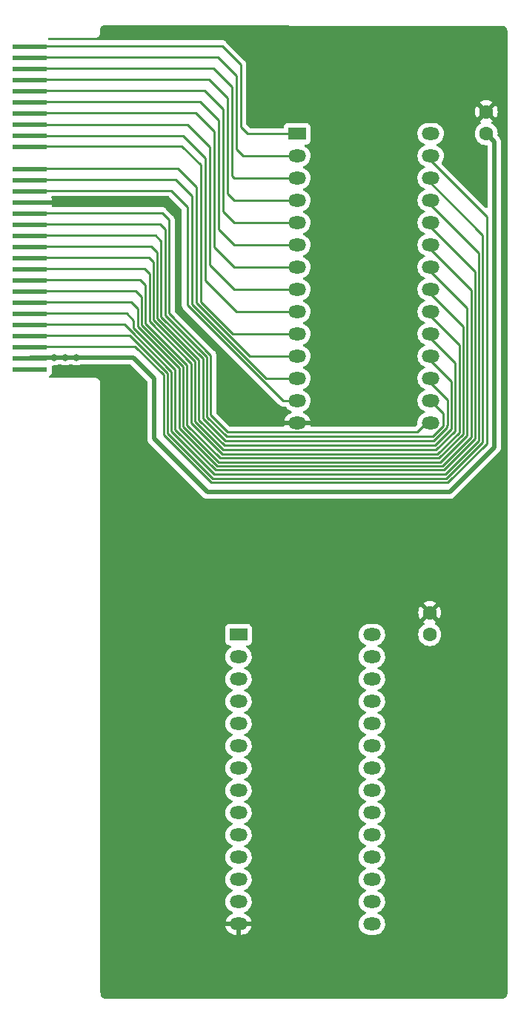
<source format=gbr>
%TF.GenerationSoftware,KiCad,Pcbnew,(5.99.0-7356-g63088e8bdb)*%
%TF.CreationDate,2020-12-15T21:10:05+08:00*%
%TF.ProjectId,Cartdrige,43617274-6472-4696-9765-2e6b69636164,rev?*%
%TF.SameCoordinates,Original*%
%TF.FileFunction,Copper,L2,Bot*%
%TF.FilePolarity,Positive*%
%FSLAX46Y46*%
G04 Gerber Fmt 4.6, Leading zero omitted, Abs format (unit mm)*
G04 Created by KiCad (PCBNEW (5.99.0-7356-g63088e8bdb)) date 2020-12-15 21:10:05*
%MOMM*%
%LPD*%
G01*
G04 APERTURE LIST*
%TA.AperFunction,ConnectorPad*%
%ADD10R,4.000000X0.560000*%
%TD*%
%TA.AperFunction,ComponentPad*%
%ADD11R,2.000000X1.440000*%
%TD*%
%TA.AperFunction,ComponentPad*%
%ADD12O,2.000000X1.440000*%
%TD*%
%TA.AperFunction,ComponentPad*%
%ADD13C,1.600000*%
%TD*%
%TA.AperFunction,ViaPad*%
%ADD14C,0.800000*%
%TD*%
%TA.AperFunction,Conductor*%
%ADD15C,0.500000*%
%TD*%
%TA.AperFunction,Conductor*%
%ADD16C,0.250000*%
%TD*%
G04 APERTURE END LIST*
D10*
%TO.P,J1,2,Pin_2*%
%TO.N,/AB14*%
X112054000Y-36795000D03*
%TO.P,J1,4,Pin_4*%
%TO.N,/AB12*%
X112054000Y-38065000D03*
%TO.P,J1,6,Pin_6*%
%TO.N,/AB7*%
X112054000Y-39335000D03*
%TO.P,J1,8,Pin_8*%
%TO.N,/AB6*%
X112054000Y-40605000D03*
%TO.P,J1,10,Pin_10*%
%TO.N,/AB5*%
X112054000Y-41875000D03*
%TO.P,J1,12,Pin_12*%
%TO.N,/AB4*%
X112054000Y-43145000D03*
%TO.P,J1,14,Pin_14*%
%TO.N,/AB3*%
X112054000Y-44415000D03*
%TO.P,J1,16,Pin_16*%
%TO.N,/AB2*%
X112054000Y-45685000D03*
%TO.P,J1,18,Pin_18*%
%TO.N,/AB1*%
X112054000Y-46955000D03*
%TO.P,J1,20,Pin_20*%
%TO.N,/AB0*%
X112054000Y-48225000D03*
%TO.P,J1,24,Pin_24*%
%TO.N,/DB0*%
X112054000Y-50765000D03*
%TO.P,J1,26,Pin_26*%
%TO.N,/DB1*%
X112054000Y-52035000D03*
%TO.P,J1,28,Pin_28*%
%TO.N,/DB2*%
X112054000Y-53305000D03*
%TO.P,J1,30,Pin_30*%
%TO.N,GND*%
X112054000Y-54575000D03*
%TO.P,J1,32,Pin_32*%
%TO.N,/DB3*%
X112054000Y-55845000D03*
%TO.P,J1,34,Pin_34*%
%TO.N,/DB4*%
X112054000Y-57115000D03*
%TO.P,J1,36,Pin_36*%
%TO.N,/DB5*%
X112054000Y-58385000D03*
%TO.P,J1,38,Pin_38*%
%TO.N,/DB6*%
X112054000Y-59655000D03*
%TO.P,J1,40,Pin_40*%
%TO.N,/DB7*%
X112054000Y-60925000D03*
%TO.P,J1,42,Pin_42*%
%TO.N,CSB*%
X112054000Y-62195000D03*
%TO.P,J1,44,Pin_44*%
%TO.N,/AB10*%
X112054000Y-63465000D03*
%TO.P,J1,46,Pin_46*%
%TO.N,OEB*%
X112054000Y-64735000D03*
%TO.P,J1,48,Pin_48*%
%TO.N,/AB11*%
X112054000Y-66005000D03*
%TO.P,J1,50,Pin_50*%
%TO.N,/AB9*%
X112054000Y-67275000D03*
%TO.P,J1,52,Pin_52*%
%TO.N,/AB8*%
X112054000Y-68545000D03*
%TO.P,J1,54,Pin_54*%
%TO.N,/AB13*%
X112054000Y-69815000D03*
%TO.P,J1,56,Pin_56*%
%TO.N,WEB*%
X112054000Y-71085000D03*
%TO.P,J1,58,Pin_58*%
%TO.N,+5V*%
X112054000Y-72355000D03*
%TO.P,J1,60,Pin_60*%
%TO.N,no_connect_58*%
X112054000Y-73625000D03*
%TD*%
D11*
%TO.P,U2,1,A14*%
%TO.N,/AB14*%
X142596070Y-46737165D03*
D12*
%TO.P,U2,2,A12*%
%TO.N,/AB12*%
X142596070Y-49277165D03*
%TO.P,U2,3,A7*%
%TO.N,/AB7*%
X142596070Y-51817165D03*
%TO.P,U2,4,A6*%
%TO.N,/AB6*%
X142596070Y-54357165D03*
%TO.P,U2,5,A5*%
%TO.N,/AB5*%
X142596070Y-56897165D03*
%TO.P,U2,6,A4*%
%TO.N,/AB4*%
X142596070Y-59437165D03*
%TO.P,U2,7,A3*%
%TO.N,/AB3*%
X142596070Y-61977165D03*
%TO.P,U2,8,A2*%
%TO.N,/AB2*%
X142596070Y-64517165D03*
%TO.P,U2,9,A1*%
%TO.N,/AB1*%
X142596070Y-67057165D03*
%TO.P,U2,10,A0*%
%TO.N,/AB0*%
X142596070Y-69597165D03*
%TO.P,U2,11,D0*%
%TO.N,/DB0*%
X142596070Y-72137165D03*
%TO.P,U2,12,D1*%
%TO.N,/DB1*%
X142596070Y-74677165D03*
%TO.P,U2,13,D2*%
%TO.N,/DB2*%
X142596070Y-77217165D03*
%TO.P,U2,14,GND*%
%TO.N,GND*%
X142596070Y-79757165D03*
%TO.P,U2,15,D3*%
%TO.N,/DB3*%
X157836070Y-79757165D03*
%TO.P,U2,16,D4*%
%TO.N,/DB4*%
X157836070Y-77217165D03*
%TO.P,U2,17,D5*%
%TO.N,/DB5*%
X157836070Y-74677165D03*
%TO.P,U2,18,D6*%
%TO.N,/DB6*%
X157836070Y-72137165D03*
%TO.P,U2,19,D7*%
%TO.N,/DB7*%
X157836070Y-69597165D03*
%TO.P,U2,20,~CS*%
%TO.N,CSB*%
X157836070Y-67057165D03*
%TO.P,U2,21,A10*%
%TO.N,/AB10*%
X157836070Y-64517165D03*
%TO.P,U2,22,~OE*%
%TO.N,OEB*%
X157836070Y-61977165D03*
%TO.P,U2,23,A11*%
%TO.N,/AB11*%
X157836070Y-59437165D03*
%TO.P,U2,24,A9*%
%TO.N,/AB9*%
X157836070Y-56897165D03*
%TO.P,U2,25,A8*%
%TO.N,/AB8*%
X157836070Y-54357165D03*
%TO.P,U2,26,A13*%
%TO.N,/AB13*%
X157836070Y-51817165D03*
%TO.P,U2,27,~WE*%
%TO.N,WEB*%
X157836070Y-49277165D03*
%TO.P,U2,28,VCC*%
%TO.N,+5V*%
X157836070Y-46737165D03*
%TD*%
D11*
%TO.P,U1,1,A14*%
%TO.N,/AA14*%
X135890000Y-103886000D03*
D12*
%TO.P,U1,2,A12*%
%TO.N,/AA12*%
X135890000Y-106426000D03*
%TO.P,U1,3,A7*%
%TO.N,/AA7*%
X135890000Y-108966000D03*
%TO.P,U1,4,A6*%
%TO.N,/AA6*%
X135890000Y-111506000D03*
%TO.P,U1,5,A5*%
%TO.N,/AA5*%
X135890000Y-114046000D03*
%TO.P,U1,6,A4*%
%TO.N,/AA4*%
X135890000Y-116586000D03*
%TO.P,U1,7,A3*%
%TO.N,/AA3*%
X135890000Y-119126000D03*
%TO.P,U1,8,A2*%
%TO.N,/AA2*%
X135890000Y-121666000D03*
%TO.P,U1,9,A1*%
%TO.N,/AA1*%
X135890000Y-124206000D03*
%TO.P,U1,10,A0*%
%TO.N,/AA0*%
X135890000Y-126746000D03*
%TO.P,U1,11,D0*%
%TO.N,/DA0*%
X135890000Y-129286000D03*
%TO.P,U1,12,D1*%
%TO.N,/DA1*%
X135890000Y-131826000D03*
%TO.P,U1,13,D2*%
%TO.N,/DA2*%
X135890000Y-134366000D03*
%TO.P,U1,14,GND*%
%TO.N,GND*%
X135890000Y-136906000D03*
%TO.P,U1,15,D3*%
%TO.N,/DA3*%
X151130000Y-136906000D03*
%TO.P,U1,16,D4*%
%TO.N,/DA4*%
X151130000Y-134366000D03*
%TO.P,U1,17,D5*%
%TO.N,/DA5*%
X151130000Y-131826000D03*
%TO.P,U1,18,D6*%
%TO.N,/DA6*%
X151130000Y-129286000D03*
%TO.P,U1,19,D7*%
%TO.N,/DA7*%
X151130000Y-126746000D03*
%TO.P,U1,20,~CS*%
%TO.N,CSA*%
X151130000Y-124206000D03*
%TO.P,U1,21,A10*%
%TO.N,/AA10*%
X151130000Y-121666000D03*
%TO.P,U1,22,~OE*%
%TO.N,OEA*%
X151130000Y-119126000D03*
%TO.P,U1,23,A11*%
%TO.N,/AA11*%
X151130000Y-116586000D03*
%TO.P,U1,24,A9*%
%TO.N,/AA9*%
X151130000Y-114046000D03*
%TO.P,U1,25,A8*%
%TO.N,/AA8*%
X151130000Y-111506000D03*
%TO.P,U1,26,A13*%
%TO.N,/AA13*%
X151130000Y-108966000D03*
%TO.P,U1,27,~WE*%
%TO.N,WEA*%
X151130000Y-106426000D03*
%TO.P,U1,28,VCC*%
%TO.N,+5V*%
X151130000Y-103886000D03*
%TD*%
D13*
%TO.P,C2,1*%
%TO.N,+5V*%
X157734000Y-103886000D03*
%TO.P,C2,2*%
%TO.N,GND*%
X157734000Y-101386000D03*
%TD*%
%TO.P,C1,1*%
%TO.N,+5V*%
X164186070Y-46737165D03*
%TO.P,C1,2*%
%TO.N,GND*%
X164186070Y-44237165D03*
%TD*%
D14*
%TO.N,+5V*%
X114808000Y-72273000D03*
X117348000Y-72273000D03*
X116078000Y-72273000D03*
%TO.N,GND*%
X115179000Y-54493000D03*
X116449000Y-54493000D03*
X117719000Y-54493000D03*
%TD*%
D15*
%TO.N,+5V*%
X126238000Y-74676000D02*
X126238000Y-81534000D01*
X114808000Y-72273000D02*
X112136000Y-72273000D01*
X126238000Y-81534000D02*
X132334000Y-87630000D01*
X165100000Y-47651095D02*
X164186070Y-46737165D01*
X132334000Y-87630000D02*
X160020000Y-87630000D01*
X160020000Y-87630000D02*
X165100000Y-82550000D01*
X112136000Y-72273000D02*
X112054000Y-72355000D01*
X123835000Y-72273000D02*
X126238000Y-74676000D01*
X114808000Y-72273000D02*
X123835000Y-72273000D01*
X165100000Y-82550000D02*
X165100000Y-47651095D01*
D16*
%TO.N,WEB*%
X112054000Y-71003000D02*
X124066440Y-71003000D01*
X124066440Y-71003000D02*
X127306852Y-74243412D01*
X159798815Y-86556010D02*
X164244060Y-82110765D01*
X127306852Y-74243412D02*
X127306853Y-81087311D01*
X132775550Y-86556010D02*
X159798815Y-86556010D01*
X127306853Y-81087311D02*
X132775550Y-86556010D01*
X157328070Y-49277165D02*
X164244060Y-56193155D01*
X164244060Y-82110765D02*
X164244060Y-56193155D01*
%TO.N,/AB8*%
X133091525Y-85599165D02*
X159482840Y-85599165D01*
X163344040Y-60373135D02*
X157328070Y-54357165D01*
X128206870Y-73870610D02*
X128206871Y-80714509D01*
X128206871Y-80714509D02*
X133090360Y-85598000D01*
X122819000Y-68463000D02*
X123449801Y-69093801D01*
X112054000Y-68463000D02*
X122819000Y-68463000D01*
X133090360Y-85598000D02*
X133091525Y-85599165D01*
X123449801Y-69113541D02*
X128206870Y-73870610D01*
X159482840Y-85599165D02*
X163344040Y-81737965D01*
X163344040Y-81737965D02*
X163344040Y-60373135D01*
X123449801Y-69093801D02*
X123449801Y-69113541D01*
%TO.N,/AB9*%
X123073000Y-67193000D02*
X123899810Y-68019810D01*
X112054000Y-67193000D02*
X123073000Y-67193000D01*
X123899810Y-68927140D02*
X128656879Y-73684209D01*
X133240809Y-85112039D02*
X159332391Y-85113204D01*
X162894030Y-81551565D02*
X162894030Y-62463125D01*
X159332391Y-85113204D02*
X162894030Y-81551565D01*
X128656880Y-80528110D02*
X133240809Y-85112039D01*
X162894030Y-62463125D02*
X157328070Y-56897165D01*
X123899810Y-68019810D02*
X123899810Y-68927140D01*
X128656879Y-73684209D02*
X128656880Y-80528110D01*
%TO.N,/AB11*%
X129106889Y-80341709D02*
X133427209Y-84662029D01*
X124349818Y-66691818D02*
X124349819Y-68740739D01*
X129106888Y-73497808D02*
X129106889Y-80341709D01*
X133427209Y-84662029D02*
X159145991Y-84663194D01*
X162444020Y-81365165D02*
X162444020Y-64553115D01*
X124349819Y-68740739D02*
X129106888Y-73497808D01*
X159145991Y-84663194D02*
X162444020Y-81365165D01*
X123581000Y-65923000D02*
X124349818Y-66691818D01*
X112054000Y-65923000D02*
X123581000Y-65923000D01*
X162444020Y-64553115D02*
X157328070Y-59437165D01*
%TO.N,OEB*%
X112054000Y-64653000D02*
X124089000Y-64653000D01*
X129556898Y-80155308D02*
X133613609Y-84212019D01*
X129556897Y-73311407D02*
X129556898Y-80155308D01*
X124799827Y-65363827D02*
X124799828Y-68554338D01*
X161994010Y-66643105D02*
X157328070Y-61977165D01*
X133613609Y-84212019D02*
X158959591Y-84213184D01*
X124089000Y-64653000D02*
X124799827Y-65363827D01*
X124799828Y-68554338D02*
X129556897Y-73311407D01*
X161994010Y-81178765D02*
X161994010Y-66643105D01*
X158959591Y-84213184D02*
X161994010Y-81178765D01*
%TO.N,GND*%
X141986000Y-79756000D02*
X142594905Y-79756000D01*
%TO.N,/AB10*%
X161544000Y-68733095D02*
X157328070Y-64517165D01*
X125249836Y-64035836D02*
X125249837Y-68367937D01*
X112054000Y-63383000D02*
X124597000Y-63383000D01*
X133800009Y-83762009D02*
X158773191Y-83763174D01*
X124597000Y-63383000D02*
X125249836Y-64035836D01*
X161544000Y-80992365D02*
X161544000Y-68733095D01*
X130006907Y-73125007D02*
X130006907Y-79968907D01*
X158773191Y-83763174D02*
X161544000Y-80992365D01*
X130006907Y-79968907D02*
X133800009Y-83762009D01*
X125249837Y-68367937D02*
X130006907Y-73125007D01*
%TO.N,CSB*%
X133998083Y-83312000D02*
X158586790Y-83313165D01*
X161093990Y-80805965D02*
X161093990Y-70823085D01*
X112054000Y-62113000D02*
X125105000Y-62113000D01*
X158586790Y-83313165D02*
X161093990Y-80805965D01*
X125699846Y-68181536D02*
X130456915Y-72938605D01*
X161093990Y-70823085D02*
X157328070Y-67057165D01*
X125105000Y-62113000D02*
X125699845Y-62707845D01*
X125699845Y-62707845D02*
X125699846Y-68181536D01*
X130456915Y-79770832D02*
X133998083Y-83312000D01*
X130456915Y-72938605D02*
X130456915Y-79770832D01*
%TO.N,/DB7*%
X126149855Y-67995135D02*
X130906924Y-72752204D01*
X125613000Y-60843000D02*
X126149854Y-61379854D01*
X130906924Y-79584431D02*
X134126493Y-82804000D01*
X126149854Y-61379854D02*
X126149855Y-67995135D01*
X160630070Y-80379475D02*
X160643980Y-80365565D01*
X130906924Y-72752204D02*
X130906924Y-79584431D01*
X112054000Y-60843000D02*
X125613000Y-60843000D01*
X134126493Y-82804000D02*
X158458380Y-82805165D01*
X160630070Y-80633475D02*
X160630070Y-80379475D01*
X160643980Y-80365565D02*
X160643980Y-72913075D01*
X158458380Y-82805165D02*
X160630070Y-80633475D01*
X160643980Y-72913075D02*
X157328070Y-69597165D01*
%TO.N,/DB6*%
X126599864Y-67808734D02*
X131356933Y-72565803D01*
X131356933Y-72565803D02*
X131356933Y-79398030D01*
X160193970Y-75003065D02*
X157328070Y-72137165D01*
X134254903Y-82296000D02*
X158329970Y-82297165D01*
X125867000Y-59573000D02*
X126599864Y-60305864D01*
X160180060Y-80447075D02*
X160180060Y-80193075D01*
X131356933Y-79398030D02*
X134254903Y-82296000D01*
X126599864Y-60305864D02*
X126599864Y-67808734D01*
X160193970Y-80179165D02*
X160193970Y-75003065D01*
X158329970Y-82297165D02*
X160180060Y-80447075D01*
X112054000Y-59573000D02*
X125867000Y-59573000D01*
X160180060Y-80193075D02*
X160193970Y-80179165D01*
%TO.N,/DB5*%
X159730050Y-80006675D02*
X159743960Y-79992765D01*
X159743960Y-79992765D02*
X159743960Y-77093055D01*
X126375000Y-58303000D02*
X127049873Y-58977873D01*
X134383313Y-81788000D02*
X158201560Y-81789165D01*
X127049873Y-58977873D02*
X127049873Y-67622333D01*
X158201560Y-81789165D02*
X159730050Y-80260675D01*
X127049873Y-67622333D02*
X131806942Y-72379402D01*
X112054000Y-58303000D02*
X126375000Y-58303000D01*
X131806942Y-79211629D02*
X134383313Y-81788000D01*
X131806942Y-72379402D02*
X131806942Y-79211629D01*
X159743960Y-77093055D02*
X157328070Y-74677165D01*
X159730050Y-80260675D02*
X159730050Y-80006675D01*
%TO.N,/DB4*%
X127499882Y-57649882D02*
X127499882Y-67435932D01*
X159280040Y-80071062D02*
X159280040Y-78661135D01*
X159280040Y-78661135D02*
X157836070Y-77217165D01*
X157561937Y-81281165D02*
X158069937Y-81281165D01*
X127499882Y-67435932D02*
X132256951Y-72193001D01*
X132256951Y-72193001D02*
X132256951Y-79025228D01*
X112054000Y-57033000D02*
X126883000Y-57033000D01*
X132256951Y-79025228D02*
X134511723Y-81280000D01*
X158069937Y-81281165D02*
X159280040Y-80071062D01*
X126883000Y-57033000D02*
X127499882Y-57649882D01*
X134511723Y-81280000D02*
X157561937Y-81281165D01*
%TO.N,/DB3*%
X134669143Y-80801010D02*
X134872835Y-80801010D01*
X132706960Y-72006600D02*
X132706960Y-78838827D01*
X112054000Y-55763000D02*
X127137000Y-55763000D01*
X132706960Y-78838827D02*
X134669143Y-80801010D01*
X134872835Y-80801010D02*
X134874000Y-80802175D01*
X127949891Y-67249531D02*
X132706960Y-72006600D01*
X127137000Y-55763000D02*
X127949891Y-56575891D01*
X134874000Y-80802175D02*
X156283060Y-80802175D01*
X127949891Y-56575891D02*
X127949891Y-67249531D01*
X156283060Y-80802175D02*
X157328070Y-79757165D01*
%TO.N,/DB2*%
X112054000Y-53223000D02*
X128153000Y-53223000D01*
X128153000Y-53223000D02*
X130048000Y-55118000D01*
X130048000Y-66296820D02*
X140968345Y-77217165D01*
X140968345Y-77217165D02*
X142596070Y-77217165D01*
X130048000Y-55118000D02*
X130048000Y-66296820D01*
%TO.N,/DB1*%
X139063590Y-74676000D02*
X139192000Y-74676000D01*
X130556000Y-66168410D02*
X139063590Y-74676000D01*
X128661000Y-51953000D02*
X130556000Y-53848000D01*
X130556000Y-53848000D02*
X130556000Y-66168410D01*
X139192000Y-74676000D02*
X142594905Y-74676000D01*
X112054000Y-51953000D02*
X128661000Y-51953000D01*
%TO.N,/DB0*%
X137161165Y-72137165D02*
X142596070Y-72137165D01*
X131064000Y-66040000D02*
X137161165Y-72137165D01*
X128915000Y-50683000D02*
X131064000Y-52832000D01*
X131064000Y-52832000D02*
X131064000Y-66040000D01*
X112054000Y-50683000D02*
X128915000Y-50683000D01*
%TO.N,/AB0*%
X135257575Y-69597165D02*
X142596070Y-69597165D01*
X131572000Y-50312000D02*
X131572000Y-65911590D01*
X129403000Y-48143000D02*
X131572000Y-50312000D01*
X112054000Y-48143000D02*
X129403000Y-48143000D01*
X131572000Y-65911590D02*
X135257575Y-69597165D01*
%TO.N,/AB1*%
X112089000Y-46990000D02*
X129540000Y-46990000D01*
X132080000Y-49530000D02*
X132080000Y-63500000D01*
X132080000Y-63500000D02*
X135637165Y-67057165D01*
X129540000Y-46990000D02*
X132080000Y-49530000D01*
X135637165Y-67057165D02*
X142596070Y-67057165D01*
X112054000Y-46955000D02*
X112089000Y-46990000D01*
%TO.N,/AB2*%
X112089000Y-45720000D02*
X130048000Y-45720000D01*
X112054000Y-45685000D02*
X112089000Y-45720000D01*
X135383165Y-64517165D02*
X142596070Y-64517165D01*
X130048000Y-45720000D02*
X132588000Y-48260000D01*
X132588000Y-61722000D02*
X135383165Y-64517165D01*
X132588000Y-48260000D02*
X132588000Y-61722000D01*
%TO.N,/AB3*%
X133096000Y-46482000D02*
X133096000Y-59690000D01*
X112054000Y-44333000D02*
X130947000Y-44333000D01*
X130947000Y-44333000D02*
X133096000Y-46482000D01*
X135382000Y-61976000D02*
X142594905Y-61976000D01*
X133096000Y-59690000D02*
X135382000Y-61976000D01*
%TO.N,/AB4*%
X135382000Y-59436000D02*
X142594905Y-59436000D01*
X133604000Y-57658000D02*
X135382000Y-59436000D01*
X112054000Y-43063000D02*
X131455000Y-43063000D01*
X133604000Y-45212000D02*
X133604000Y-57658000D01*
X131455000Y-43063000D02*
X133604000Y-45212000D01*
%TO.N,/AB5*%
X112054000Y-41793000D02*
X131963000Y-41793000D01*
X134112000Y-55626000D02*
X135383165Y-56897165D01*
X135383165Y-56897165D02*
X142596070Y-56897165D01*
X134112000Y-43942000D02*
X134112000Y-55626000D01*
X131963000Y-41793000D02*
X134112000Y-43942000D01*
%TO.N,/AB6*%
X132471000Y-40523000D02*
X134620000Y-42672000D01*
X112054000Y-40523000D02*
X132471000Y-40523000D01*
X134620000Y-53594000D02*
X135382000Y-54356000D01*
X134620000Y-42672000D02*
X134620000Y-53594000D01*
X135382000Y-54356000D02*
X142594905Y-54356000D01*
%TO.N,/AB7*%
X135128000Y-51562000D02*
X135382000Y-51816000D01*
X112054000Y-39253000D02*
X132979000Y-39253000D01*
X135128000Y-41402000D02*
X135128000Y-51562000D01*
X132979000Y-39253000D02*
X135128000Y-41402000D01*
X135382000Y-51816000D02*
X142594905Y-51816000D01*
%TO.N,/AB12*%
X135636000Y-48514000D02*
X135636000Y-40132000D01*
X142594905Y-49276000D02*
X136398000Y-49276000D01*
X136398000Y-49276000D02*
X135636000Y-48514000D01*
X135636000Y-40132000D02*
X133487000Y-37983000D01*
X133487000Y-37983000D02*
X112054000Y-37983000D01*
%TO.N,/AB14*%
X133995000Y-36713000D02*
X136144000Y-38862000D01*
X136144000Y-38862000D02*
X136144000Y-45974000D01*
X136144000Y-45974000D02*
X136906000Y-46736000D01*
X136906000Y-46736000D02*
X142594905Y-46736000D01*
X112054000Y-36713000D02*
X133995000Y-36713000D01*
%TO.N,/AB13*%
X127756862Y-74057012D02*
X127756862Y-80900910D01*
X132961952Y-86106000D02*
X159612415Y-86106000D01*
X123432850Y-69733000D02*
X127756862Y-74057012D01*
X163794050Y-81924365D02*
X163794050Y-58283145D01*
X163794050Y-58283145D02*
X157328070Y-51817165D01*
X112054000Y-69733000D02*
X123432850Y-69733000D01*
X127756862Y-80900910D02*
X132961952Y-86106000D01*
X159612415Y-86106000D02*
X163794050Y-81924365D01*
%TD*%
%TA.AperFunction,Conductor*%
%TO.N,GND*%
G36*
X162978640Y-34408417D02*
G01*
X166003290Y-34411870D01*
X166025522Y-34413873D01*
X166031936Y-34415031D01*
X166031951Y-34415033D01*
X166036736Y-34415896D01*
X166066351Y-34416609D01*
X166118763Y-34417873D01*
X166128048Y-34418440D01*
X166129483Y-34418581D01*
X166141743Y-34420398D01*
X166221116Y-34436186D01*
X166244753Y-34443356D01*
X166312926Y-34471594D01*
X166334710Y-34483238D01*
X166396068Y-34524236D01*
X166415161Y-34539906D01*
X166467330Y-34592075D01*
X166483000Y-34611168D01*
X166505787Y-34645271D01*
X166523995Y-34672521D01*
X166535639Y-34694305D01*
X166563879Y-34762483D01*
X166571049Y-34786119D01*
X166586839Y-34865499D01*
X166588650Y-34877705D01*
X166588792Y-34879145D01*
X166589363Y-34888475D01*
X166591260Y-34967222D01*
X166592002Y-34971644D01*
X166592003Y-34971650D01*
X166593534Y-34980769D01*
X166595273Y-35001627D01*
X166598785Y-136648469D01*
X166599067Y-144824580D01*
X166597064Y-144846962D01*
X166595139Y-144857630D01*
X166594542Y-144882422D01*
X166593162Y-144939659D01*
X166592597Y-144948927D01*
X166592456Y-144950364D01*
X166590638Y-144962632D01*
X166583451Y-144998767D01*
X166574848Y-145042015D01*
X166567678Y-145065651D01*
X166539441Y-145133822D01*
X166527796Y-145155607D01*
X166486801Y-145216959D01*
X166471133Y-145236051D01*
X166418959Y-145288226D01*
X166399865Y-145303896D01*
X166338505Y-145344895D01*
X166316732Y-145356533D01*
X166248548Y-145384776D01*
X166224919Y-145391944D01*
X166145544Y-145407732D01*
X166133334Y-145409544D01*
X166131875Y-145409688D01*
X166122559Y-145410258D01*
X166043813Y-145412155D01*
X166030293Y-145414425D01*
X166009443Y-145416163D01*
X160617577Y-145416025D01*
X144340227Y-145415607D01*
X120734290Y-145415002D01*
X120711430Y-145412910D01*
X120707349Y-145412157D01*
X120707340Y-145412156D01*
X120702555Y-145411273D01*
X120697692Y-145411137D01*
X120697686Y-145411136D01*
X120620839Y-145408981D01*
X120611508Y-145408372D01*
X120598345Y-145407020D01*
X120585625Y-145405051D01*
X120499671Y-145387203D01*
X120475128Y-145379419D01*
X120397782Y-145345848D01*
X120375335Y-145333238D01*
X120306428Y-145284642D01*
X120287018Y-145267734D01*
X120229430Y-145206142D01*
X120213857Y-145185633D01*
X120169999Y-145113624D01*
X120158921Y-145090378D01*
X120130619Y-145010958D01*
X120124498Y-144985940D01*
X120112462Y-144898999D01*
X120111350Y-144886161D01*
X120110885Y-144872972D01*
X120110903Y-144863603D01*
X120113798Y-144789650D01*
X120113973Y-144785183D01*
X120108617Y-144733418D01*
X120107948Y-144720534D01*
X120102941Y-137171257D01*
X134406683Y-137171257D01*
X134466753Y-137366516D01*
X134470974Y-137376862D01*
X134566372Y-137561691D01*
X134572357Y-137571122D01*
X134698982Y-137736144D01*
X134706538Y-137744360D01*
X134860382Y-137884348D01*
X134869281Y-137891102D01*
X135045471Y-138001625D01*
X135055441Y-138006706D01*
X135248418Y-138084282D01*
X135259118Y-138087513D01*
X135463758Y-138129892D01*
X135472894Y-138131095D01*
X135521457Y-138133895D01*
X135525104Y-138134000D01*
X135617885Y-138134000D01*
X135633124Y-138129525D01*
X135634329Y-138128135D01*
X135636000Y-138120452D01*
X135636000Y-137178115D01*
X135634659Y-137173548D01*
X136144000Y-137173548D01*
X136144000Y-138115885D01*
X136148475Y-138131124D01*
X136149865Y-138132329D01*
X136157548Y-138134000D01*
X136223221Y-138134000D01*
X136228816Y-138133751D01*
X136382750Y-138120012D01*
X136393764Y-138118030D01*
X136594378Y-138063149D01*
X136604851Y-138059255D01*
X136792586Y-137969709D01*
X136802201Y-137964023D01*
X136971109Y-137842651D01*
X136979575Y-137835343D01*
X137124317Y-137685980D01*
X137131348Y-137677298D01*
X137247360Y-137504654D01*
X137252739Y-137494868D01*
X137336346Y-137304407D01*
X137339905Y-137293831D01*
X137367807Y-137177615D01*
X137367102Y-137163531D01*
X137358221Y-137160000D01*
X136162115Y-137160000D01*
X136146876Y-137164475D01*
X136145671Y-137165865D01*
X136144000Y-137173548D01*
X135634659Y-137173548D01*
X135631525Y-137162876D01*
X135630135Y-137161671D01*
X135622452Y-137160000D01*
X134421774Y-137160000D01*
X134407792Y-137164105D01*
X134406683Y-137171257D01*
X120102941Y-137171257D01*
X120091675Y-120187725D01*
X120089119Y-116335113D01*
X120088851Y-115930041D01*
X120080385Y-103166000D01*
X134376500Y-103166000D01*
X134376500Y-104606000D01*
X134381727Y-104679079D01*
X134422904Y-104819316D01*
X134427775Y-104826895D01*
X134497051Y-104934691D01*
X134497053Y-104934694D01*
X134501923Y-104942271D01*
X134508733Y-104948172D01*
X134605569Y-105032082D01*
X134605572Y-105032084D01*
X134612381Y-105037984D01*
X134745330Y-105098700D01*
X134754245Y-105099982D01*
X134754246Y-105099982D01*
X134885552Y-105118861D01*
X134885559Y-105118862D01*
X134890000Y-105119500D01*
X134938438Y-105119500D01*
X135006559Y-105139502D01*
X135053052Y-105193158D01*
X135063156Y-105263432D01*
X135033662Y-105328012D01*
X134992684Y-105359225D01*
X134987166Y-105361857D01*
X134982097Y-105364275D01*
X134804006Y-105492247D01*
X134800102Y-105496275D01*
X134800098Y-105496279D01*
X134711899Y-105587293D01*
X134651390Y-105649733D01*
X134529076Y-105831757D01*
X134440928Y-106032564D01*
X134389733Y-106245807D01*
X134377109Y-106464745D01*
X134403455Y-106682459D01*
X134467939Y-106892067D01*
X134568522Y-107086942D01*
X134702024Y-107260927D01*
X134706177Y-107264706D01*
X134706178Y-107264707D01*
X134860080Y-107404747D01*
X134860083Y-107404749D01*
X134864227Y-107408520D01*
X134868973Y-107411497D01*
X134868978Y-107411501D01*
X134958276Y-107467517D01*
X135050003Y-107525057D01*
X135055213Y-107527151D01*
X135055218Y-107527154D01*
X135179008Y-107576917D01*
X135234753Y-107620883D01*
X135257878Y-107688008D01*
X135241041Y-107756980D01*
X135189589Y-107805900D01*
X135181525Y-107809456D01*
X135180036Y-107809863D01*
X134982097Y-107904275D01*
X134804006Y-108032247D01*
X134800102Y-108036275D01*
X134800098Y-108036279D01*
X134711899Y-108127293D01*
X134651390Y-108189733D01*
X134529076Y-108371757D01*
X134440928Y-108572564D01*
X134389733Y-108785807D01*
X134377109Y-109004745D01*
X134403455Y-109222459D01*
X134467939Y-109432067D01*
X134568522Y-109626942D01*
X134702024Y-109800927D01*
X134706177Y-109804706D01*
X134706178Y-109804707D01*
X134860080Y-109944747D01*
X134860083Y-109944749D01*
X134864227Y-109948520D01*
X134868973Y-109951497D01*
X134868978Y-109951501D01*
X134958276Y-110007517D01*
X135050003Y-110065057D01*
X135055213Y-110067151D01*
X135055218Y-110067154D01*
X135179008Y-110116917D01*
X135234753Y-110160883D01*
X135257878Y-110228008D01*
X135241041Y-110296980D01*
X135189589Y-110345900D01*
X135181525Y-110349456D01*
X135180036Y-110349863D01*
X134982097Y-110444275D01*
X134804006Y-110572247D01*
X134800102Y-110576275D01*
X134800098Y-110576279D01*
X134711899Y-110667293D01*
X134651390Y-110729733D01*
X134529076Y-110911757D01*
X134440928Y-111112564D01*
X134389733Y-111325807D01*
X134377109Y-111544745D01*
X134403455Y-111762459D01*
X134467939Y-111972067D01*
X134568522Y-112166942D01*
X134702024Y-112340927D01*
X134706177Y-112344706D01*
X134706178Y-112344707D01*
X134860080Y-112484747D01*
X134860083Y-112484749D01*
X134864227Y-112488520D01*
X134868973Y-112491497D01*
X134868978Y-112491501D01*
X134958276Y-112547517D01*
X135050003Y-112605057D01*
X135055213Y-112607151D01*
X135055218Y-112607154D01*
X135179008Y-112656917D01*
X135234753Y-112700883D01*
X135257878Y-112768008D01*
X135241041Y-112836980D01*
X135189589Y-112885900D01*
X135181525Y-112889456D01*
X135180036Y-112889863D01*
X134982097Y-112984275D01*
X134804006Y-113112247D01*
X134800102Y-113116275D01*
X134800098Y-113116279D01*
X134711899Y-113207293D01*
X134651390Y-113269733D01*
X134529076Y-113451757D01*
X134440928Y-113652564D01*
X134389733Y-113865807D01*
X134377109Y-114084745D01*
X134403455Y-114302459D01*
X134467939Y-114512067D01*
X134568522Y-114706942D01*
X134702024Y-114880927D01*
X134706177Y-114884706D01*
X134706178Y-114884707D01*
X134860080Y-115024747D01*
X134860083Y-115024749D01*
X134864227Y-115028520D01*
X134868973Y-115031497D01*
X134868978Y-115031501D01*
X134958276Y-115087517D01*
X135050003Y-115145057D01*
X135055213Y-115147151D01*
X135055218Y-115147154D01*
X135179008Y-115196917D01*
X135234753Y-115240883D01*
X135257878Y-115308008D01*
X135241041Y-115376980D01*
X135189589Y-115425900D01*
X135181525Y-115429456D01*
X135180036Y-115429863D01*
X134982097Y-115524275D01*
X134804006Y-115652247D01*
X134800102Y-115656275D01*
X134800098Y-115656279D01*
X134711899Y-115747293D01*
X134651390Y-115809733D01*
X134529076Y-115991757D01*
X134440928Y-116192564D01*
X134389733Y-116405807D01*
X134377109Y-116624745D01*
X134403455Y-116842459D01*
X134467939Y-117052067D01*
X134568522Y-117246942D01*
X134702024Y-117420927D01*
X134706177Y-117424706D01*
X134706178Y-117424707D01*
X134860080Y-117564747D01*
X134860083Y-117564749D01*
X134864227Y-117568520D01*
X134868973Y-117571497D01*
X134868978Y-117571501D01*
X134958276Y-117627517D01*
X135050003Y-117685057D01*
X135055213Y-117687151D01*
X135055218Y-117687154D01*
X135179008Y-117736917D01*
X135234753Y-117780883D01*
X135257878Y-117848008D01*
X135241041Y-117916980D01*
X135189589Y-117965900D01*
X135181525Y-117969456D01*
X135180036Y-117969863D01*
X134982097Y-118064275D01*
X134804006Y-118192247D01*
X134800102Y-118196275D01*
X134800098Y-118196279D01*
X134711899Y-118287293D01*
X134651390Y-118349733D01*
X134529076Y-118531757D01*
X134440928Y-118732564D01*
X134389733Y-118945807D01*
X134377109Y-119164745D01*
X134403455Y-119382459D01*
X134467939Y-119592067D01*
X134568522Y-119786942D01*
X134702024Y-119960927D01*
X134706177Y-119964706D01*
X134706178Y-119964707D01*
X134860080Y-120104747D01*
X134860083Y-120104749D01*
X134864227Y-120108520D01*
X134868973Y-120111497D01*
X134868978Y-120111501D01*
X134958276Y-120167517D01*
X135050003Y-120225057D01*
X135055213Y-120227151D01*
X135055218Y-120227154D01*
X135179008Y-120276917D01*
X135234753Y-120320883D01*
X135257878Y-120388008D01*
X135241041Y-120456980D01*
X135189589Y-120505900D01*
X135181525Y-120509456D01*
X135180036Y-120509863D01*
X134982097Y-120604275D01*
X134804006Y-120732247D01*
X134800102Y-120736275D01*
X134800098Y-120736279D01*
X134711899Y-120827293D01*
X134651390Y-120889733D01*
X134529076Y-121071757D01*
X134440928Y-121272564D01*
X134389733Y-121485807D01*
X134377109Y-121704745D01*
X134403455Y-121922459D01*
X134467939Y-122132067D01*
X134568522Y-122326942D01*
X134702024Y-122500927D01*
X134706177Y-122504706D01*
X134706178Y-122504707D01*
X134860080Y-122644747D01*
X134860083Y-122644749D01*
X134864227Y-122648520D01*
X134868973Y-122651497D01*
X134868978Y-122651501D01*
X134958276Y-122707517D01*
X135050003Y-122765057D01*
X135055213Y-122767151D01*
X135055218Y-122767154D01*
X135179008Y-122816917D01*
X135234753Y-122860883D01*
X135257878Y-122928008D01*
X135241041Y-122996980D01*
X135189589Y-123045900D01*
X135181525Y-123049456D01*
X135180036Y-123049863D01*
X134982097Y-123144275D01*
X134804006Y-123272247D01*
X134800102Y-123276275D01*
X134800098Y-123276279D01*
X134711899Y-123367293D01*
X134651390Y-123429733D01*
X134529076Y-123611757D01*
X134440928Y-123812564D01*
X134389733Y-124025807D01*
X134377109Y-124244745D01*
X134403455Y-124462459D01*
X134467939Y-124672067D01*
X134568522Y-124866942D01*
X134702024Y-125040927D01*
X134706177Y-125044706D01*
X134706178Y-125044707D01*
X134860080Y-125184747D01*
X134860083Y-125184749D01*
X134864227Y-125188520D01*
X134868973Y-125191497D01*
X134868978Y-125191501D01*
X134958276Y-125247517D01*
X135050003Y-125305057D01*
X135055213Y-125307151D01*
X135055218Y-125307154D01*
X135179008Y-125356917D01*
X135234753Y-125400883D01*
X135257878Y-125468008D01*
X135241041Y-125536980D01*
X135189589Y-125585900D01*
X135181525Y-125589456D01*
X135180036Y-125589863D01*
X134982097Y-125684275D01*
X134804006Y-125812247D01*
X134800102Y-125816275D01*
X134800098Y-125816279D01*
X134711899Y-125907293D01*
X134651390Y-125969733D01*
X134529076Y-126151757D01*
X134440928Y-126352564D01*
X134389733Y-126565807D01*
X134377109Y-126784745D01*
X134403455Y-127002459D01*
X134467939Y-127212067D01*
X134568522Y-127406942D01*
X134702024Y-127580927D01*
X134706177Y-127584706D01*
X134706178Y-127584707D01*
X134860080Y-127724747D01*
X134860083Y-127724749D01*
X134864227Y-127728520D01*
X134868973Y-127731497D01*
X134868978Y-127731501D01*
X134958276Y-127787517D01*
X135050003Y-127845057D01*
X135055213Y-127847151D01*
X135055218Y-127847154D01*
X135179008Y-127896917D01*
X135234753Y-127940883D01*
X135257878Y-128008008D01*
X135241041Y-128076980D01*
X135189589Y-128125900D01*
X135181525Y-128129456D01*
X135180036Y-128129863D01*
X134982097Y-128224275D01*
X134804006Y-128352247D01*
X134800102Y-128356275D01*
X134800098Y-128356279D01*
X134711899Y-128447293D01*
X134651390Y-128509733D01*
X134529076Y-128691757D01*
X134440928Y-128892564D01*
X134389733Y-129105807D01*
X134377109Y-129324745D01*
X134403455Y-129542459D01*
X134467939Y-129752067D01*
X134568522Y-129946942D01*
X134702024Y-130120927D01*
X134706177Y-130124706D01*
X134706178Y-130124707D01*
X134860080Y-130264747D01*
X134860083Y-130264749D01*
X134864227Y-130268520D01*
X134868973Y-130271497D01*
X134868978Y-130271501D01*
X134958276Y-130327517D01*
X135050003Y-130385057D01*
X135055213Y-130387151D01*
X135055218Y-130387154D01*
X135179008Y-130436917D01*
X135234753Y-130480883D01*
X135257878Y-130548008D01*
X135241041Y-130616980D01*
X135189589Y-130665900D01*
X135181525Y-130669456D01*
X135180036Y-130669863D01*
X134982097Y-130764275D01*
X134804006Y-130892247D01*
X134800102Y-130896275D01*
X134800098Y-130896279D01*
X134711899Y-130987293D01*
X134651390Y-131049733D01*
X134529076Y-131231757D01*
X134440928Y-131432564D01*
X134389733Y-131645807D01*
X134377109Y-131864745D01*
X134403455Y-132082459D01*
X134467939Y-132292067D01*
X134568522Y-132486942D01*
X134702024Y-132660927D01*
X134706177Y-132664706D01*
X134706178Y-132664707D01*
X134860080Y-132804747D01*
X134860083Y-132804749D01*
X134864227Y-132808520D01*
X134868973Y-132811497D01*
X134868978Y-132811501D01*
X134958276Y-132867517D01*
X135050003Y-132925057D01*
X135055213Y-132927151D01*
X135055218Y-132927154D01*
X135179008Y-132976917D01*
X135234753Y-133020883D01*
X135257878Y-133088008D01*
X135241041Y-133156980D01*
X135189589Y-133205900D01*
X135181525Y-133209456D01*
X135180036Y-133209863D01*
X134982097Y-133304275D01*
X134804006Y-133432247D01*
X134800102Y-133436275D01*
X134800098Y-133436279D01*
X134711899Y-133527293D01*
X134651390Y-133589733D01*
X134529076Y-133771757D01*
X134440928Y-133972564D01*
X134389733Y-134185807D01*
X134377109Y-134404745D01*
X134403455Y-134622459D01*
X134467939Y-134832067D01*
X134568522Y-135026942D01*
X134702024Y-135200927D01*
X134706177Y-135204706D01*
X134706178Y-135204707D01*
X134860080Y-135344747D01*
X134860083Y-135344749D01*
X134864227Y-135348520D01*
X134868973Y-135351497D01*
X134868978Y-135351501D01*
X134958276Y-135407517D01*
X135050003Y-135465057D01*
X135055212Y-135467151D01*
X135055214Y-135467152D01*
X135179697Y-135517194D01*
X135235441Y-135561161D01*
X135258566Y-135628286D01*
X135241729Y-135697257D01*
X135190276Y-135746177D01*
X135176620Y-135752198D01*
X135175153Y-135752744D01*
X134987414Y-135842291D01*
X134977799Y-135847977D01*
X134808891Y-135969349D01*
X134800425Y-135976657D01*
X134655683Y-136126020D01*
X134648652Y-136134702D01*
X134532640Y-136307346D01*
X134527261Y-136317132D01*
X134443654Y-136507593D01*
X134440095Y-136518169D01*
X134412193Y-136634385D01*
X134412898Y-136648469D01*
X134421779Y-136652000D01*
X137358226Y-136652000D01*
X137372208Y-136647895D01*
X137373317Y-136640743D01*
X137313247Y-136445484D01*
X137309026Y-136435138D01*
X137213628Y-136250309D01*
X137207643Y-136240878D01*
X137081018Y-136075856D01*
X137073462Y-136067640D01*
X136919618Y-135927652D01*
X136910719Y-135920898D01*
X136734529Y-135810375D01*
X136724559Y-135805294D01*
X136600297Y-135755341D01*
X136544553Y-135711374D01*
X136521428Y-135644249D01*
X136538265Y-135575278D01*
X136589718Y-135526358D01*
X136598191Y-135522622D01*
X136599964Y-135522137D01*
X136797903Y-135427725D01*
X136975994Y-135299753D01*
X136979898Y-135295725D01*
X136979902Y-135295721D01*
X137124696Y-135146306D01*
X137124697Y-135146305D01*
X137128610Y-135142267D01*
X137250924Y-134960243D01*
X137339072Y-134759436D01*
X137390267Y-134546193D01*
X137402891Y-134327255D01*
X137376545Y-134109541D01*
X137312061Y-133899933D01*
X137211478Y-133705058D01*
X137077976Y-133531073D01*
X137073822Y-133527293D01*
X136919920Y-133387253D01*
X136919917Y-133387251D01*
X136915773Y-133383480D01*
X136911027Y-133380503D01*
X136911022Y-133380499D01*
X136785656Y-133301858D01*
X136729997Y-133266943D01*
X136724787Y-133264849D01*
X136724782Y-133264846D01*
X136600992Y-133215083D01*
X136545247Y-133171117D01*
X136522122Y-133103992D01*
X136538959Y-133035020D01*
X136590411Y-132986100D01*
X136598475Y-132982544D01*
X136599964Y-132982137D01*
X136797903Y-132887725D01*
X136975994Y-132759753D01*
X136979898Y-132755725D01*
X136979902Y-132755721D01*
X137124696Y-132606306D01*
X137124697Y-132606305D01*
X137128610Y-132602267D01*
X137250924Y-132420243D01*
X137339072Y-132219436D01*
X137390267Y-132006193D01*
X137402891Y-131787255D01*
X137376545Y-131569541D01*
X137312061Y-131359933D01*
X137211478Y-131165058D01*
X137077976Y-130991073D01*
X137073822Y-130987293D01*
X136919920Y-130847253D01*
X136919917Y-130847251D01*
X136915773Y-130843480D01*
X136911027Y-130840503D01*
X136911022Y-130840499D01*
X136785656Y-130761858D01*
X136729997Y-130726943D01*
X136724787Y-130724849D01*
X136724782Y-130724846D01*
X136600992Y-130675083D01*
X136545247Y-130631117D01*
X136522122Y-130563992D01*
X136538959Y-130495020D01*
X136590411Y-130446100D01*
X136598475Y-130442544D01*
X136599964Y-130442137D01*
X136797903Y-130347725D01*
X136975994Y-130219753D01*
X136979898Y-130215725D01*
X136979902Y-130215721D01*
X137124696Y-130066306D01*
X137124697Y-130066305D01*
X137128610Y-130062267D01*
X137250924Y-129880243D01*
X137339072Y-129679436D01*
X137390267Y-129466193D01*
X137402891Y-129247255D01*
X137376545Y-129029541D01*
X137312061Y-128819933D01*
X137211478Y-128625058D01*
X137077976Y-128451073D01*
X137073822Y-128447293D01*
X136919920Y-128307253D01*
X136919917Y-128307251D01*
X136915773Y-128303480D01*
X136911027Y-128300503D01*
X136911022Y-128300499D01*
X136785656Y-128221858D01*
X136729997Y-128186943D01*
X136724787Y-128184849D01*
X136724782Y-128184846D01*
X136600992Y-128135083D01*
X136545247Y-128091117D01*
X136522122Y-128023992D01*
X136538959Y-127955020D01*
X136590411Y-127906100D01*
X136598475Y-127902544D01*
X136599964Y-127902137D01*
X136797903Y-127807725D01*
X136975994Y-127679753D01*
X136979898Y-127675725D01*
X136979902Y-127675721D01*
X137124696Y-127526306D01*
X137124697Y-127526305D01*
X137128610Y-127522267D01*
X137250924Y-127340243D01*
X137339072Y-127139436D01*
X137390267Y-126926193D01*
X137402891Y-126707255D01*
X137376545Y-126489541D01*
X137312061Y-126279933D01*
X137211478Y-126085058D01*
X137077976Y-125911073D01*
X137073822Y-125907293D01*
X136919920Y-125767253D01*
X136919917Y-125767251D01*
X136915773Y-125763480D01*
X136911027Y-125760503D01*
X136911022Y-125760499D01*
X136785656Y-125681858D01*
X136729997Y-125646943D01*
X136724787Y-125644849D01*
X136724782Y-125644846D01*
X136600992Y-125595083D01*
X136545247Y-125551117D01*
X136522122Y-125483992D01*
X136538959Y-125415020D01*
X136590411Y-125366100D01*
X136598475Y-125362544D01*
X136599964Y-125362137D01*
X136797903Y-125267725D01*
X136975994Y-125139753D01*
X136979898Y-125135725D01*
X136979902Y-125135721D01*
X137124696Y-124986306D01*
X137124697Y-124986305D01*
X137128610Y-124982267D01*
X137250924Y-124800243D01*
X137339072Y-124599436D01*
X137390267Y-124386193D01*
X137402891Y-124167255D01*
X137376545Y-123949541D01*
X137312061Y-123739933D01*
X137211478Y-123545058D01*
X137077976Y-123371073D01*
X137073822Y-123367293D01*
X136919920Y-123227253D01*
X136919917Y-123227251D01*
X136915773Y-123223480D01*
X136911027Y-123220503D01*
X136911022Y-123220499D01*
X136785656Y-123141858D01*
X136729997Y-123106943D01*
X136724787Y-123104849D01*
X136724782Y-123104846D01*
X136600992Y-123055083D01*
X136545247Y-123011117D01*
X136522122Y-122943992D01*
X136538959Y-122875020D01*
X136590411Y-122826100D01*
X136598475Y-122822544D01*
X136599964Y-122822137D01*
X136797903Y-122727725D01*
X136975994Y-122599753D01*
X136979898Y-122595725D01*
X136979902Y-122595721D01*
X137124696Y-122446306D01*
X137124697Y-122446305D01*
X137128610Y-122442267D01*
X137250924Y-122260243D01*
X137339072Y-122059436D01*
X137390267Y-121846193D01*
X137402891Y-121627255D01*
X137376545Y-121409541D01*
X137312061Y-121199933D01*
X137211478Y-121005058D01*
X137077976Y-120831073D01*
X137073822Y-120827293D01*
X136919920Y-120687253D01*
X136919917Y-120687251D01*
X136915773Y-120683480D01*
X136911027Y-120680503D01*
X136911022Y-120680499D01*
X136785656Y-120601858D01*
X136729997Y-120566943D01*
X136724787Y-120564849D01*
X136724782Y-120564846D01*
X136600992Y-120515083D01*
X136545247Y-120471117D01*
X136522122Y-120403992D01*
X136538959Y-120335020D01*
X136590411Y-120286100D01*
X136598475Y-120282544D01*
X136599964Y-120282137D01*
X136797903Y-120187725D01*
X136975994Y-120059753D01*
X136979898Y-120055725D01*
X136979902Y-120055721D01*
X137124696Y-119906306D01*
X137124697Y-119906305D01*
X137128610Y-119902267D01*
X137250924Y-119720243D01*
X137339072Y-119519436D01*
X137390267Y-119306193D01*
X137402891Y-119087255D01*
X137376545Y-118869541D01*
X137312061Y-118659933D01*
X137211478Y-118465058D01*
X137077976Y-118291073D01*
X137073822Y-118287293D01*
X136919920Y-118147253D01*
X136919917Y-118147251D01*
X136915773Y-118143480D01*
X136911027Y-118140503D01*
X136911022Y-118140499D01*
X136785656Y-118061858D01*
X136729997Y-118026943D01*
X136724787Y-118024849D01*
X136724782Y-118024846D01*
X136600992Y-117975083D01*
X136545247Y-117931117D01*
X136522122Y-117863992D01*
X136538959Y-117795020D01*
X136590411Y-117746100D01*
X136598475Y-117742544D01*
X136599964Y-117742137D01*
X136797903Y-117647725D01*
X136975994Y-117519753D01*
X136979898Y-117515725D01*
X136979902Y-117515721D01*
X137124696Y-117366306D01*
X137124697Y-117366305D01*
X137128610Y-117362267D01*
X137250924Y-117180243D01*
X137339072Y-116979436D01*
X137390267Y-116766193D01*
X137402891Y-116547255D01*
X137376545Y-116329541D01*
X137312061Y-116119933D01*
X137211478Y-115925058D01*
X137077976Y-115751073D01*
X137073822Y-115747293D01*
X136919920Y-115607253D01*
X136919917Y-115607251D01*
X136915773Y-115603480D01*
X136911027Y-115600503D01*
X136911022Y-115600499D01*
X136785656Y-115521858D01*
X136729997Y-115486943D01*
X136724787Y-115484849D01*
X136724782Y-115484846D01*
X136600992Y-115435083D01*
X136545247Y-115391117D01*
X136522122Y-115323992D01*
X136538959Y-115255020D01*
X136590411Y-115206100D01*
X136598475Y-115202544D01*
X136599964Y-115202137D01*
X136797903Y-115107725D01*
X136975994Y-114979753D01*
X136979898Y-114975725D01*
X136979902Y-114975721D01*
X137124696Y-114826306D01*
X137124697Y-114826305D01*
X137128610Y-114822267D01*
X137250924Y-114640243D01*
X137339072Y-114439436D01*
X137390267Y-114226193D01*
X137402891Y-114007255D01*
X137376545Y-113789541D01*
X137312061Y-113579933D01*
X137211478Y-113385058D01*
X137077976Y-113211073D01*
X137073822Y-113207293D01*
X136919920Y-113067253D01*
X136919917Y-113067251D01*
X136915773Y-113063480D01*
X136911027Y-113060503D01*
X136911022Y-113060499D01*
X136785656Y-112981858D01*
X136729997Y-112946943D01*
X136724787Y-112944849D01*
X136724782Y-112944846D01*
X136600992Y-112895083D01*
X136545247Y-112851117D01*
X136522122Y-112783992D01*
X136538959Y-112715020D01*
X136590411Y-112666100D01*
X136598475Y-112662544D01*
X136599964Y-112662137D01*
X136797903Y-112567725D01*
X136975994Y-112439753D01*
X136979898Y-112435725D01*
X136979902Y-112435721D01*
X137124696Y-112286306D01*
X137124697Y-112286305D01*
X137128610Y-112282267D01*
X137250924Y-112100243D01*
X137339072Y-111899436D01*
X137390267Y-111686193D01*
X137402891Y-111467255D01*
X137376545Y-111249541D01*
X137312061Y-111039933D01*
X137211478Y-110845058D01*
X137077976Y-110671073D01*
X137073822Y-110667293D01*
X136919920Y-110527253D01*
X136919917Y-110527251D01*
X136915773Y-110523480D01*
X136911027Y-110520503D01*
X136911022Y-110520499D01*
X136785656Y-110441858D01*
X136729997Y-110406943D01*
X136724787Y-110404849D01*
X136724782Y-110404846D01*
X136600992Y-110355083D01*
X136545247Y-110311117D01*
X136522122Y-110243992D01*
X136538959Y-110175020D01*
X136590411Y-110126100D01*
X136598475Y-110122544D01*
X136599964Y-110122137D01*
X136797903Y-110027725D01*
X136975994Y-109899753D01*
X136979898Y-109895725D01*
X136979902Y-109895721D01*
X137124696Y-109746306D01*
X137124697Y-109746305D01*
X137128610Y-109742267D01*
X137250924Y-109560243D01*
X137339072Y-109359436D01*
X137390267Y-109146193D01*
X137402891Y-108927255D01*
X137376545Y-108709541D01*
X137312061Y-108499933D01*
X137211478Y-108305058D01*
X137077976Y-108131073D01*
X137073822Y-108127293D01*
X136919920Y-107987253D01*
X136919917Y-107987251D01*
X136915773Y-107983480D01*
X136911027Y-107980503D01*
X136911022Y-107980499D01*
X136785656Y-107901858D01*
X136729997Y-107866943D01*
X136724787Y-107864849D01*
X136724782Y-107864846D01*
X136600992Y-107815083D01*
X136545247Y-107771117D01*
X136522122Y-107703992D01*
X136538959Y-107635020D01*
X136590411Y-107586100D01*
X136598475Y-107582544D01*
X136599964Y-107582137D01*
X136797903Y-107487725D01*
X136975994Y-107359753D01*
X136979898Y-107355725D01*
X136979902Y-107355721D01*
X137124696Y-107206306D01*
X137124697Y-107206305D01*
X137128610Y-107202267D01*
X137250924Y-107020243D01*
X137339072Y-106819436D01*
X137390267Y-106606193D01*
X137402891Y-106387255D01*
X137376545Y-106169541D01*
X137312061Y-105959933D01*
X137211478Y-105765058D01*
X137077976Y-105591073D01*
X137073822Y-105587293D01*
X136919920Y-105447253D01*
X136919917Y-105447251D01*
X136915773Y-105443480D01*
X136911027Y-105440503D01*
X136911022Y-105440499D01*
X136770319Y-105352237D01*
X136723241Y-105299094D01*
X136712369Y-105228935D01*
X136741153Y-105164035D01*
X136800455Y-105125000D01*
X136837275Y-105119500D01*
X136890000Y-105119500D01*
X136963079Y-105114273D01*
X137076796Y-105080883D01*
X137094670Y-105075635D01*
X137094672Y-105075634D01*
X137103316Y-105073096D01*
X137180451Y-105023524D01*
X137218691Y-104998949D01*
X137218694Y-104998947D01*
X137226271Y-104994077D01*
X137266048Y-104948172D01*
X137316082Y-104890431D01*
X137316084Y-104890428D01*
X137321984Y-104883619D01*
X137382700Y-104750670D01*
X137385068Y-104734199D01*
X137402861Y-104610448D01*
X137402862Y-104610441D01*
X137403500Y-104606000D01*
X137403500Y-103924745D01*
X149617109Y-103924745D01*
X149643455Y-104142459D01*
X149707939Y-104352067D01*
X149808522Y-104546942D01*
X149811935Y-104551390D01*
X149811937Y-104551393D01*
X149852106Y-104603743D01*
X149942024Y-104720927D01*
X149946177Y-104724706D01*
X149946178Y-104724707D01*
X150100080Y-104864747D01*
X150100083Y-104864749D01*
X150104227Y-104868520D01*
X150108973Y-104871497D01*
X150108978Y-104871501D01*
X150147010Y-104895358D01*
X150290003Y-104985057D01*
X150295213Y-104987151D01*
X150295218Y-104987154D01*
X150419008Y-105036917D01*
X150474753Y-105080883D01*
X150497878Y-105148008D01*
X150481041Y-105216980D01*
X150429589Y-105265900D01*
X150421525Y-105269456D01*
X150420036Y-105269863D01*
X150298124Y-105328012D01*
X150232685Y-105359225D01*
X150222097Y-105364275D01*
X150044006Y-105492247D01*
X150040102Y-105496275D01*
X150040098Y-105496279D01*
X149951899Y-105587293D01*
X149891390Y-105649733D01*
X149769076Y-105831757D01*
X149680928Y-106032564D01*
X149629733Y-106245807D01*
X149617109Y-106464745D01*
X149643455Y-106682459D01*
X149707939Y-106892067D01*
X149808522Y-107086942D01*
X149942024Y-107260927D01*
X149946177Y-107264706D01*
X149946178Y-107264707D01*
X150100080Y-107404747D01*
X150100083Y-107404749D01*
X150104227Y-107408520D01*
X150108973Y-107411497D01*
X150108978Y-107411501D01*
X150198276Y-107467517D01*
X150290003Y-107525057D01*
X150295213Y-107527151D01*
X150295218Y-107527154D01*
X150419008Y-107576917D01*
X150474753Y-107620883D01*
X150497878Y-107688008D01*
X150481041Y-107756980D01*
X150429589Y-107805900D01*
X150421525Y-107809456D01*
X150420036Y-107809863D01*
X150222097Y-107904275D01*
X150044006Y-108032247D01*
X150040102Y-108036275D01*
X150040098Y-108036279D01*
X149951899Y-108127293D01*
X149891390Y-108189733D01*
X149769076Y-108371757D01*
X149680928Y-108572564D01*
X149629733Y-108785807D01*
X149617109Y-109004745D01*
X149643455Y-109222459D01*
X149707939Y-109432067D01*
X149808522Y-109626942D01*
X149942024Y-109800927D01*
X149946177Y-109804706D01*
X149946178Y-109804707D01*
X150100080Y-109944747D01*
X150100083Y-109944749D01*
X150104227Y-109948520D01*
X150108973Y-109951497D01*
X150108978Y-109951501D01*
X150198276Y-110007517D01*
X150290003Y-110065057D01*
X150295213Y-110067151D01*
X150295218Y-110067154D01*
X150419008Y-110116917D01*
X150474753Y-110160883D01*
X150497878Y-110228008D01*
X150481041Y-110296980D01*
X150429589Y-110345900D01*
X150421525Y-110349456D01*
X150420036Y-110349863D01*
X150222097Y-110444275D01*
X150044006Y-110572247D01*
X150040102Y-110576275D01*
X150040098Y-110576279D01*
X149951899Y-110667293D01*
X149891390Y-110729733D01*
X149769076Y-110911757D01*
X149680928Y-111112564D01*
X149629733Y-111325807D01*
X149617109Y-111544745D01*
X149643455Y-111762459D01*
X149707939Y-111972067D01*
X149808522Y-112166942D01*
X149942024Y-112340927D01*
X149946177Y-112344706D01*
X149946178Y-112344707D01*
X150100080Y-112484747D01*
X150100083Y-112484749D01*
X150104227Y-112488520D01*
X150108973Y-112491497D01*
X150108978Y-112491501D01*
X150198276Y-112547517D01*
X150290003Y-112605057D01*
X150295213Y-112607151D01*
X150295218Y-112607154D01*
X150419008Y-112656917D01*
X150474753Y-112700883D01*
X150497878Y-112768008D01*
X150481041Y-112836980D01*
X150429589Y-112885900D01*
X150421525Y-112889456D01*
X150420036Y-112889863D01*
X150222097Y-112984275D01*
X150044006Y-113112247D01*
X150040102Y-113116275D01*
X150040098Y-113116279D01*
X149951899Y-113207293D01*
X149891390Y-113269733D01*
X149769076Y-113451757D01*
X149680928Y-113652564D01*
X149629733Y-113865807D01*
X149617109Y-114084745D01*
X149643455Y-114302459D01*
X149707939Y-114512067D01*
X149808522Y-114706942D01*
X149942024Y-114880927D01*
X149946177Y-114884706D01*
X149946178Y-114884707D01*
X150100080Y-115024747D01*
X150100083Y-115024749D01*
X150104227Y-115028520D01*
X150108973Y-115031497D01*
X150108978Y-115031501D01*
X150198276Y-115087517D01*
X150290003Y-115145057D01*
X150295213Y-115147151D01*
X150295218Y-115147154D01*
X150419008Y-115196917D01*
X150474753Y-115240883D01*
X150497878Y-115308008D01*
X150481041Y-115376980D01*
X150429589Y-115425900D01*
X150421525Y-115429456D01*
X150420036Y-115429863D01*
X150222097Y-115524275D01*
X150044006Y-115652247D01*
X150040102Y-115656275D01*
X150040098Y-115656279D01*
X149951899Y-115747293D01*
X149891390Y-115809733D01*
X149769076Y-115991757D01*
X149680928Y-116192564D01*
X149629733Y-116405807D01*
X149617109Y-116624745D01*
X149643455Y-116842459D01*
X149707939Y-117052067D01*
X149808522Y-117246942D01*
X149942024Y-117420927D01*
X149946177Y-117424706D01*
X149946178Y-117424707D01*
X150100080Y-117564747D01*
X150100083Y-117564749D01*
X150104227Y-117568520D01*
X150108973Y-117571497D01*
X150108978Y-117571501D01*
X150198276Y-117627517D01*
X150290003Y-117685057D01*
X150295213Y-117687151D01*
X150295218Y-117687154D01*
X150419008Y-117736917D01*
X150474753Y-117780883D01*
X150497878Y-117848008D01*
X150481041Y-117916980D01*
X150429589Y-117965900D01*
X150421525Y-117969456D01*
X150420036Y-117969863D01*
X150222097Y-118064275D01*
X150044006Y-118192247D01*
X150040102Y-118196275D01*
X150040098Y-118196279D01*
X149951899Y-118287293D01*
X149891390Y-118349733D01*
X149769076Y-118531757D01*
X149680928Y-118732564D01*
X149629733Y-118945807D01*
X149617109Y-119164745D01*
X149643455Y-119382459D01*
X149707939Y-119592067D01*
X149808522Y-119786942D01*
X149942024Y-119960927D01*
X149946177Y-119964706D01*
X149946178Y-119964707D01*
X150100080Y-120104747D01*
X150100083Y-120104749D01*
X150104227Y-120108520D01*
X150108973Y-120111497D01*
X150108978Y-120111501D01*
X150198276Y-120167517D01*
X150290003Y-120225057D01*
X150295213Y-120227151D01*
X150295218Y-120227154D01*
X150419008Y-120276917D01*
X150474753Y-120320883D01*
X150497878Y-120388008D01*
X150481041Y-120456980D01*
X150429589Y-120505900D01*
X150421525Y-120509456D01*
X150420036Y-120509863D01*
X150222097Y-120604275D01*
X150044006Y-120732247D01*
X150040102Y-120736275D01*
X150040098Y-120736279D01*
X149951899Y-120827293D01*
X149891390Y-120889733D01*
X149769076Y-121071757D01*
X149680928Y-121272564D01*
X149629733Y-121485807D01*
X149617109Y-121704745D01*
X149643455Y-121922459D01*
X149707939Y-122132067D01*
X149808522Y-122326942D01*
X149942024Y-122500927D01*
X149946177Y-122504706D01*
X149946178Y-122504707D01*
X150100080Y-122644747D01*
X150100083Y-122644749D01*
X150104227Y-122648520D01*
X150108973Y-122651497D01*
X150108978Y-122651501D01*
X150198276Y-122707517D01*
X150290003Y-122765057D01*
X150295213Y-122767151D01*
X150295218Y-122767154D01*
X150419008Y-122816917D01*
X150474753Y-122860883D01*
X150497878Y-122928008D01*
X150481041Y-122996980D01*
X150429589Y-123045900D01*
X150421525Y-123049456D01*
X150420036Y-123049863D01*
X150222097Y-123144275D01*
X150044006Y-123272247D01*
X150040102Y-123276275D01*
X150040098Y-123276279D01*
X149951899Y-123367293D01*
X149891390Y-123429733D01*
X149769076Y-123611757D01*
X149680928Y-123812564D01*
X149629733Y-124025807D01*
X149617109Y-124244745D01*
X149643455Y-124462459D01*
X149707939Y-124672067D01*
X149808522Y-124866942D01*
X149942024Y-125040927D01*
X149946177Y-125044706D01*
X149946178Y-125044707D01*
X150100080Y-125184747D01*
X150100083Y-125184749D01*
X150104227Y-125188520D01*
X150108973Y-125191497D01*
X150108978Y-125191501D01*
X150198276Y-125247517D01*
X150290003Y-125305057D01*
X150295213Y-125307151D01*
X150295218Y-125307154D01*
X150419008Y-125356917D01*
X150474753Y-125400883D01*
X150497878Y-125468008D01*
X150481041Y-125536980D01*
X150429589Y-125585900D01*
X150421525Y-125589456D01*
X150420036Y-125589863D01*
X150222097Y-125684275D01*
X150044006Y-125812247D01*
X150040102Y-125816275D01*
X150040098Y-125816279D01*
X149951899Y-125907293D01*
X149891390Y-125969733D01*
X149769076Y-126151757D01*
X149680928Y-126352564D01*
X149629733Y-126565807D01*
X149617109Y-126784745D01*
X149643455Y-127002459D01*
X149707939Y-127212067D01*
X149808522Y-127406942D01*
X149942024Y-127580927D01*
X149946177Y-127584706D01*
X149946178Y-127584707D01*
X150100080Y-127724747D01*
X150100083Y-127724749D01*
X150104227Y-127728520D01*
X150108973Y-127731497D01*
X150108978Y-127731501D01*
X150198276Y-127787517D01*
X150290003Y-127845057D01*
X150295213Y-127847151D01*
X150295218Y-127847154D01*
X150419008Y-127896917D01*
X150474753Y-127940883D01*
X150497878Y-128008008D01*
X150481041Y-128076980D01*
X150429589Y-128125900D01*
X150421525Y-128129456D01*
X150420036Y-128129863D01*
X150222097Y-128224275D01*
X150044006Y-128352247D01*
X150040102Y-128356275D01*
X150040098Y-128356279D01*
X149951899Y-128447293D01*
X149891390Y-128509733D01*
X149769076Y-128691757D01*
X149680928Y-128892564D01*
X149629733Y-129105807D01*
X149617109Y-129324745D01*
X149643455Y-129542459D01*
X149707939Y-129752067D01*
X149808522Y-129946942D01*
X149942024Y-130120927D01*
X149946177Y-130124706D01*
X149946178Y-130124707D01*
X150100080Y-130264747D01*
X150100083Y-130264749D01*
X150104227Y-130268520D01*
X150108973Y-130271497D01*
X150108978Y-130271501D01*
X150198276Y-130327517D01*
X150290003Y-130385057D01*
X150295213Y-130387151D01*
X150295218Y-130387154D01*
X150419008Y-130436917D01*
X150474753Y-130480883D01*
X150497878Y-130548008D01*
X150481041Y-130616980D01*
X150429589Y-130665900D01*
X150421525Y-130669456D01*
X150420036Y-130669863D01*
X150222097Y-130764275D01*
X150044006Y-130892247D01*
X150040102Y-130896275D01*
X150040098Y-130896279D01*
X149951899Y-130987293D01*
X149891390Y-131049733D01*
X149769076Y-131231757D01*
X149680928Y-131432564D01*
X149629733Y-131645807D01*
X149617109Y-131864745D01*
X149643455Y-132082459D01*
X149707939Y-132292067D01*
X149808522Y-132486942D01*
X149942024Y-132660927D01*
X149946177Y-132664706D01*
X149946178Y-132664707D01*
X150100080Y-132804747D01*
X150100083Y-132804749D01*
X150104227Y-132808520D01*
X150108973Y-132811497D01*
X150108978Y-132811501D01*
X150198276Y-132867517D01*
X150290003Y-132925057D01*
X150295213Y-132927151D01*
X150295218Y-132927154D01*
X150419008Y-132976917D01*
X150474753Y-133020883D01*
X150497878Y-133088008D01*
X150481041Y-133156980D01*
X150429589Y-133205900D01*
X150421525Y-133209456D01*
X150420036Y-133209863D01*
X150222097Y-133304275D01*
X150044006Y-133432247D01*
X150040102Y-133436275D01*
X150040098Y-133436279D01*
X149951899Y-133527293D01*
X149891390Y-133589733D01*
X149769076Y-133771757D01*
X149680928Y-133972564D01*
X149629733Y-134185807D01*
X149617109Y-134404745D01*
X149643455Y-134622459D01*
X149707939Y-134832067D01*
X149808522Y-135026942D01*
X149942024Y-135200927D01*
X149946177Y-135204706D01*
X149946178Y-135204707D01*
X150100080Y-135344747D01*
X150100083Y-135344749D01*
X150104227Y-135348520D01*
X150108973Y-135351497D01*
X150108978Y-135351501D01*
X150198276Y-135407517D01*
X150290003Y-135465057D01*
X150295213Y-135467151D01*
X150295218Y-135467154D01*
X150419008Y-135516917D01*
X150474753Y-135560883D01*
X150497878Y-135628008D01*
X150481041Y-135696980D01*
X150429589Y-135745900D01*
X150421525Y-135749456D01*
X150420036Y-135749863D01*
X150222097Y-135844275D01*
X150044006Y-135972247D01*
X150040102Y-135976275D01*
X150040098Y-135976279D01*
X150039732Y-135976657D01*
X149891390Y-136129733D01*
X149769076Y-136311757D01*
X149680928Y-136512564D01*
X149629733Y-136725807D01*
X149617109Y-136944745D01*
X149643455Y-137162459D01*
X149707939Y-137372067D01*
X149808522Y-137566942D01*
X149942024Y-137740927D01*
X149946177Y-137744706D01*
X149946178Y-137744707D01*
X150100080Y-137884747D01*
X150100083Y-137884749D01*
X150104227Y-137888520D01*
X150108973Y-137891497D01*
X150108978Y-137891501D01*
X150198276Y-137947517D01*
X150290003Y-138005057D01*
X150493479Y-138086854D01*
X150498970Y-138087991D01*
X150498973Y-138087992D01*
X150633023Y-138115752D01*
X150708225Y-138131325D01*
X150712838Y-138131591D01*
X150761465Y-138134395D01*
X150761467Y-138134395D01*
X150763287Y-138134500D01*
X151466023Y-138134500D01*
X151468810Y-138134251D01*
X151468816Y-138134251D01*
X151537340Y-138128135D01*
X151628434Y-138120005D01*
X151839964Y-138062137D01*
X151845022Y-138059725D01*
X151845026Y-138059723D01*
X152032836Y-137970142D01*
X152032837Y-137970141D01*
X152037903Y-137967725D01*
X152215994Y-137839753D01*
X152219898Y-137835725D01*
X152219902Y-137835721D01*
X152364696Y-137686306D01*
X152364697Y-137686305D01*
X152368610Y-137682267D01*
X152490924Y-137500243D01*
X152579072Y-137299436D01*
X152611140Y-137165865D01*
X152628957Y-137091650D01*
X152628957Y-137091649D01*
X152630267Y-137086193D01*
X152642891Y-136867255D01*
X152616545Y-136649541D01*
X152552061Y-136439933D01*
X152451478Y-136245058D01*
X152317976Y-136071073D01*
X152214214Y-135976657D01*
X152159920Y-135927253D01*
X152159917Y-135927251D01*
X152155773Y-135923480D01*
X152151027Y-135920503D01*
X152151022Y-135920499D01*
X152029509Y-135844275D01*
X151969997Y-135806943D01*
X151964787Y-135804849D01*
X151964782Y-135804846D01*
X151840992Y-135755083D01*
X151785247Y-135711117D01*
X151762122Y-135643992D01*
X151778959Y-135575020D01*
X151830411Y-135526100D01*
X151838475Y-135522544D01*
X151839964Y-135522137D01*
X152037903Y-135427725D01*
X152215994Y-135299753D01*
X152219898Y-135295725D01*
X152219902Y-135295721D01*
X152364696Y-135146306D01*
X152364697Y-135146305D01*
X152368610Y-135142267D01*
X152490924Y-134960243D01*
X152579072Y-134759436D01*
X152630267Y-134546193D01*
X152642891Y-134327255D01*
X152616545Y-134109541D01*
X152552061Y-133899933D01*
X152451478Y-133705058D01*
X152317976Y-133531073D01*
X152313822Y-133527293D01*
X152159920Y-133387253D01*
X152159917Y-133387251D01*
X152155773Y-133383480D01*
X152151027Y-133380503D01*
X152151022Y-133380499D01*
X152025656Y-133301858D01*
X151969997Y-133266943D01*
X151964787Y-133264849D01*
X151964782Y-133264846D01*
X151840992Y-133215083D01*
X151785247Y-133171117D01*
X151762122Y-133103992D01*
X151778959Y-133035020D01*
X151830411Y-132986100D01*
X151838475Y-132982544D01*
X151839964Y-132982137D01*
X152037903Y-132887725D01*
X152215994Y-132759753D01*
X152219898Y-132755725D01*
X152219902Y-132755721D01*
X152364696Y-132606306D01*
X152364697Y-132606305D01*
X152368610Y-132602267D01*
X152490924Y-132420243D01*
X152579072Y-132219436D01*
X152630267Y-132006193D01*
X152642891Y-131787255D01*
X152616545Y-131569541D01*
X152552061Y-131359933D01*
X152451478Y-131165058D01*
X152317976Y-130991073D01*
X152313822Y-130987293D01*
X152159920Y-130847253D01*
X152159917Y-130847251D01*
X152155773Y-130843480D01*
X152151027Y-130840503D01*
X152151022Y-130840499D01*
X152025656Y-130761858D01*
X151969997Y-130726943D01*
X151964787Y-130724849D01*
X151964782Y-130724846D01*
X151840992Y-130675083D01*
X151785247Y-130631117D01*
X151762122Y-130563992D01*
X151778959Y-130495020D01*
X151830411Y-130446100D01*
X151838475Y-130442544D01*
X151839964Y-130442137D01*
X152037903Y-130347725D01*
X152215994Y-130219753D01*
X152219898Y-130215725D01*
X152219902Y-130215721D01*
X152364696Y-130066306D01*
X152364697Y-130066305D01*
X152368610Y-130062267D01*
X152490924Y-129880243D01*
X152579072Y-129679436D01*
X152630267Y-129466193D01*
X152642891Y-129247255D01*
X152616545Y-129029541D01*
X152552061Y-128819933D01*
X152451478Y-128625058D01*
X152317976Y-128451073D01*
X152313822Y-128447293D01*
X152159920Y-128307253D01*
X152159917Y-128307251D01*
X152155773Y-128303480D01*
X152151027Y-128300503D01*
X152151022Y-128300499D01*
X152025656Y-128221858D01*
X151969997Y-128186943D01*
X151964787Y-128184849D01*
X151964782Y-128184846D01*
X151840992Y-128135083D01*
X151785247Y-128091117D01*
X151762122Y-128023992D01*
X151778959Y-127955020D01*
X151830411Y-127906100D01*
X151838475Y-127902544D01*
X151839964Y-127902137D01*
X152037903Y-127807725D01*
X152215994Y-127679753D01*
X152219898Y-127675725D01*
X152219902Y-127675721D01*
X152364696Y-127526306D01*
X152364697Y-127526305D01*
X152368610Y-127522267D01*
X152490924Y-127340243D01*
X152579072Y-127139436D01*
X152630267Y-126926193D01*
X152642891Y-126707255D01*
X152616545Y-126489541D01*
X152552061Y-126279933D01*
X152451478Y-126085058D01*
X152317976Y-125911073D01*
X152313822Y-125907293D01*
X152159920Y-125767253D01*
X152159917Y-125767251D01*
X152155773Y-125763480D01*
X152151027Y-125760503D01*
X152151022Y-125760499D01*
X152025656Y-125681858D01*
X151969997Y-125646943D01*
X151964787Y-125644849D01*
X151964782Y-125644846D01*
X151840992Y-125595083D01*
X151785247Y-125551117D01*
X151762122Y-125483992D01*
X151778959Y-125415020D01*
X151830411Y-125366100D01*
X151838475Y-125362544D01*
X151839964Y-125362137D01*
X152037903Y-125267725D01*
X152215994Y-125139753D01*
X152219898Y-125135725D01*
X152219902Y-125135721D01*
X152364696Y-124986306D01*
X152364697Y-124986305D01*
X152368610Y-124982267D01*
X152490924Y-124800243D01*
X152579072Y-124599436D01*
X152630267Y-124386193D01*
X152642891Y-124167255D01*
X152616545Y-123949541D01*
X152552061Y-123739933D01*
X152451478Y-123545058D01*
X152317976Y-123371073D01*
X152313822Y-123367293D01*
X152159920Y-123227253D01*
X152159917Y-123227251D01*
X152155773Y-123223480D01*
X152151027Y-123220503D01*
X152151022Y-123220499D01*
X152025656Y-123141858D01*
X151969997Y-123106943D01*
X151964787Y-123104849D01*
X151964782Y-123104846D01*
X151840992Y-123055083D01*
X151785247Y-123011117D01*
X151762122Y-122943992D01*
X151778959Y-122875020D01*
X151830411Y-122826100D01*
X151838475Y-122822544D01*
X151839964Y-122822137D01*
X152037903Y-122727725D01*
X152215994Y-122599753D01*
X152219898Y-122595725D01*
X152219902Y-122595721D01*
X152364696Y-122446306D01*
X152364697Y-122446305D01*
X152368610Y-122442267D01*
X152490924Y-122260243D01*
X152579072Y-122059436D01*
X152630267Y-121846193D01*
X152642891Y-121627255D01*
X152616545Y-121409541D01*
X152552061Y-121199933D01*
X152451478Y-121005058D01*
X152317976Y-120831073D01*
X152313822Y-120827293D01*
X152159920Y-120687253D01*
X152159917Y-120687251D01*
X152155773Y-120683480D01*
X152151027Y-120680503D01*
X152151022Y-120680499D01*
X152025656Y-120601858D01*
X151969997Y-120566943D01*
X151964787Y-120564849D01*
X151964782Y-120564846D01*
X151840992Y-120515083D01*
X151785247Y-120471117D01*
X151762122Y-120403992D01*
X151778959Y-120335020D01*
X151830411Y-120286100D01*
X151838475Y-120282544D01*
X151839964Y-120282137D01*
X152037903Y-120187725D01*
X152215994Y-120059753D01*
X152219898Y-120055725D01*
X152219902Y-120055721D01*
X152364696Y-119906306D01*
X152364697Y-119906305D01*
X152368610Y-119902267D01*
X152490924Y-119720243D01*
X152579072Y-119519436D01*
X152630267Y-119306193D01*
X152642891Y-119087255D01*
X152616545Y-118869541D01*
X152552061Y-118659933D01*
X152451478Y-118465058D01*
X152317976Y-118291073D01*
X152313822Y-118287293D01*
X152159920Y-118147253D01*
X152159917Y-118147251D01*
X152155773Y-118143480D01*
X152151027Y-118140503D01*
X152151022Y-118140499D01*
X152025656Y-118061858D01*
X151969997Y-118026943D01*
X151964787Y-118024849D01*
X151964782Y-118024846D01*
X151840992Y-117975083D01*
X151785247Y-117931117D01*
X151762122Y-117863992D01*
X151778959Y-117795020D01*
X151830411Y-117746100D01*
X151838475Y-117742544D01*
X151839964Y-117742137D01*
X152037903Y-117647725D01*
X152215994Y-117519753D01*
X152219898Y-117515725D01*
X152219902Y-117515721D01*
X152364696Y-117366306D01*
X152364697Y-117366305D01*
X152368610Y-117362267D01*
X152490924Y-117180243D01*
X152579072Y-116979436D01*
X152630267Y-116766193D01*
X152642891Y-116547255D01*
X152616545Y-116329541D01*
X152552061Y-116119933D01*
X152451478Y-115925058D01*
X152317976Y-115751073D01*
X152313822Y-115747293D01*
X152159920Y-115607253D01*
X152159917Y-115607251D01*
X152155773Y-115603480D01*
X152151027Y-115600503D01*
X152151022Y-115600499D01*
X152025656Y-115521858D01*
X151969997Y-115486943D01*
X151964787Y-115484849D01*
X151964782Y-115484846D01*
X151840992Y-115435083D01*
X151785247Y-115391117D01*
X151762122Y-115323992D01*
X151778959Y-115255020D01*
X151830411Y-115206100D01*
X151838475Y-115202544D01*
X151839964Y-115202137D01*
X152037903Y-115107725D01*
X152215994Y-114979753D01*
X152219898Y-114975725D01*
X152219902Y-114975721D01*
X152364696Y-114826306D01*
X152364697Y-114826305D01*
X152368610Y-114822267D01*
X152490924Y-114640243D01*
X152579072Y-114439436D01*
X152630267Y-114226193D01*
X152642891Y-114007255D01*
X152616545Y-113789541D01*
X152552061Y-113579933D01*
X152451478Y-113385058D01*
X152317976Y-113211073D01*
X152313822Y-113207293D01*
X152159920Y-113067253D01*
X152159917Y-113067251D01*
X152155773Y-113063480D01*
X152151027Y-113060503D01*
X152151022Y-113060499D01*
X152025656Y-112981858D01*
X151969997Y-112946943D01*
X151964787Y-112944849D01*
X151964782Y-112944846D01*
X151840992Y-112895083D01*
X151785247Y-112851117D01*
X151762122Y-112783992D01*
X151778959Y-112715020D01*
X151830411Y-112666100D01*
X151838475Y-112662544D01*
X151839964Y-112662137D01*
X152037903Y-112567725D01*
X152215994Y-112439753D01*
X152219898Y-112435725D01*
X152219902Y-112435721D01*
X152364696Y-112286306D01*
X152364697Y-112286305D01*
X152368610Y-112282267D01*
X152490924Y-112100243D01*
X152579072Y-111899436D01*
X152630267Y-111686193D01*
X152642891Y-111467255D01*
X152616545Y-111249541D01*
X152552061Y-111039933D01*
X152451478Y-110845058D01*
X152317976Y-110671073D01*
X152313822Y-110667293D01*
X152159920Y-110527253D01*
X152159917Y-110527251D01*
X152155773Y-110523480D01*
X152151027Y-110520503D01*
X152151022Y-110520499D01*
X152025656Y-110441858D01*
X151969997Y-110406943D01*
X151964787Y-110404849D01*
X151964782Y-110404846D01*
X151840992Y-110355083D01*
X151785247Y-110311117D01*
X151762122Y-110243992D01*
X151778959Y-110175020D01*
X151830411Y-110126100D01*
X151838475Y-110122544D01*
X151839964Y-110122137D01*
X152037903Y-110027725D01*
X152215994Y-109899753D01*
X152219898Y-109895725D01*
X152219902Y-109895721D01*
X152364696Y-109746306D01*
X152364697Y-109746305D01*
X152368610Y-109742267D01*
X152490924Y-109560243D01*
X152579072Y-109359436D01*
X152630267Y-109146193D01*
X152642891Y-108927255D01*
X152616545Y-108709541D01*
X152552061Y-108499933D01*
X152451478Y-108305058D01*
X152317976Y-108131073D01*
X152313822Y-108127293D01*
X152159920Y-107987253D01*
X152159917Y-107987251D01*
X152155773Y-107983480D01*
X152151027Y-107980503D01*
X152151022Y-107980499D01*
X152025656Y-107901858D01*
X151969997Y-107866943D01*
X151964787Y-107864849D01*
X151964782Y-107864846D01*
X151840992Y-107815083D01*
X151785247Y-107771117D01*
X151762122Y-107703992D01*
X151778959Y-107635020D01*
X151830411Y-107586100D01*
X151838475Y-107582544D01*
X151839964Y-107582137D01*
X152037903Y-107487725D01*
X152215994Y-107359753D01*
X152219898Y-107355725D01*
X152219902Y-107355721D01*
X152364696Y-107206306D01*
X152364697Y-107206305D01*
X152368610Y-107202267D01*
X152490924Y-107020243D01*
X152579072Y-106819436D01*
X152630267Y-106606193D01*
X152642891Y-106387255D01*
X152616545Y-106169541D01*
X152552061Y-105959933D01*
X152451478Y-105765058D01*
X152317976Y-105591073D01*
X152313822Y-105587293D01*
X152159920Y-105447253D01*
X152159917Y-105447251D01*
X152155773Y-105443480D01*
X152151027Y-105440503D01*
X152151022Y-105440499D01*
X152025656Y-105361858D01*
X151969997Y-105326943D01*
X151964787Y-105324849D01*
X151964782Y-105324846D01*
X151840992Y-105275083D01*
X151785247Y-105231117D01*
X151762122Y-105163992D01*
X151778959Y-105095020D01*
X151830411Y-105046100D01*
X151838475Y-105042544D01*
X151839964Y-105042137D01*
X152037903Y-104947725D01*
X152120599Y-104888302D01*
X152211435Y-104823029D01*
X152215994Y-104819753D01*
X152219898Y-104815725D01*
X152219902Y-104815721D01*
X152364696Y-104666306D01*
X152364697Y-104666305D01*
X152368610Y-104662267D01*
X152449453Y-104541959D01*
X152487795Y-104484900D01*
X152487797Y-104484897D01*
X152490924Y-104480243D01*
X152579072Y-104279436D01*
X152630267Y-104066193D01*
X152640656Y-103886000D01*
X156420500Y-103886000D01*
X156440455Y-104114087D01*
X156499714Y-104335243D01*
X156502036Y-104340224D01*
X156502037Y-104340225D01*
X156594150Y-104537763D01*
X156594153Y-104537768D01*
X156596476Y-104542750D01*
X156599632Y-104547257D01*
X156599633Y-104547259D01*
X156721237Y-104720927D01*
X156727801Y-104730302D01*
X156889698Y-104892199D01*
X156894206Y-104895356D01*
X156894209Y-104895358D01*
X157035195Y-104994077D01*
X157077250Y-105023524D01*
X157082232Y-105025847D01*
X157082237Y-105025850D01*
X157279775Y-105117963D01*
X157284757Y-105120286D01*
X157290065Y-105121708D01*
X157290067Y-105121709D01*
X157500598Y-105178121D01*
X157500600Y-105178121D01*
X157505913Y-105179545D01*
X157734000Y-105199500D01*
X157962087Y-105179545D01*
X157967400Y-105178121D01*
X157967402Y-105178121D01*
X158177933Y-105121709D01*
X158177935Y-105121708D01*
X158183243Y-105120286D01*
X158188225Y-105117963D01*
X158385763Y-105025850D01*
X158385768Y-105025847D01*
X158390750Y-105023524D01*
X158432805Y-104994077D01*
X158573791Y-104895358D01*
X158573794Y-104895356D01*
X158578302Y-104892199D01*
X158740199Y-104730302D01*
X158746764Y-104720927D01*
X158868367Y-104547259D01*
X158868368Y-104547257D01*
X158871524Y-104542750D01*
X158873847Y-104537768D01*
X158873850Y-104537763D01*
X158965963Y-104340225D01*
X158965964Y-104340224D01*
X158968286Y-104335243D01*
X159027545Y-104114087D01*
X159047500Y-103886000D01*
X159027545Y-103657913D01*
X158968286Y-103436757D01*
X158958117Y-103414950D01*
X158873850Y-103234237D01*
X158873847Y-103234232D01*
X158871524Y-103229250D01*
X158830384Y-103170496D01*
X158743358Y-103046209D01*
X158743356Y-103046206D01*
X158740199Y-103041698D01*
X158578302Y-102879801D01*
X158573794Y-102876644D01*
X158573791Y-102876642D01*
X158395255Y-102751630D01*
X158395252Y-102751628D01*
X158390750Y-102748476D01*
X158385768Y-102746153D01*
X158383475Y-102744829D01*
X158334483Y-102693446D01*
X158321048Y-102623732D01*
X158347435Y-102557822D01*
X158383479Y-102526591D01*
X158395004Y-102519938D01*
X158447050Y-102483494D01*
X158455426Y-102473015D01*
X158448359Y-102459570D01*
X157746811Y-101758021D01*
X157732868Y-101750408D01*
X157731034Y-101750539D01*
X157724420Y-101754790D01*
X157018917Y-102460294D01*
X157012490Y-102472064D01*
X157021784Y-102484078D01*
X157072996Y-102519938D01*
X157084521Y-102526591D01*
X157133515Y-102577973D01*
X157146953Y-102647686D01*
X157120567Y-102713597D01*
X157084525Y-102744829D01*
X157082232Y-102746153D01*
X157077250Y-102748476D01*
X157072748Y-102751628D01*
X157072745Y-102751630D01*
X156894209Y-102876642D01*
X156894206Y-102876644D01*
X156889698Y-102879801D01*
X156727801Y-103041698D01*
X156724644Y-103046206D01*
X156724642Y-103046209D01*
X156637616Y-103170496D01*
X156596476Y-103229250D01*
X156594153Y-103234232D01*
X156594150Y-103234237D01*
X156509883Y-103414950D01*
X156499714Y-103436757D01*
X156440455Y-103657913D01*
X156420500Y-103886000D01*
X152640656Y-103886000D01*
X152642891Y-103847255D01*
X152616545Y-103629541D01*
X152552061Y-103419933D01*
X152451478Y-103225058D01*
X152317976Y-103051073D01*
X152303390Y-103037801D01*
X152159920Y-102907253D01*
X152159917Y-102907251D01*
X152155773Y-102903480D01*
X152151027Y-102900503D01*
X152151022Y-102900499D01*
X152050287Y-102837309D01*
X151969997Y-102786943D01*
X151964500Y-102784733D01*
X151771727Y-102707239D01*
X151766521Y-102705146D01*
X151761030Y-102704009D01*
X151761027Y-102704008D01*
X151606438Y-102671995D01*
X151551775Y-102660675D01*
X151533670Y-102659631D01*
X151498535Y-102657605D01*
X151498533Y-102657605D01*
X151496713Y-102657500D01*
X150793977Y-102657500D01*
X150791190Y-102657749D01*
X150791184Y-102657749D01*
X150723540Y-102663786D01*
X150631566Y-102671995D01*
X150420036Y-102729863D01*
X150414978Y-102732275D01*
X150414974Y-102732277D01*
X150227164Y-102821858D01*
X150222097Y-102824275D01*
X150217536Y-102827552D01*
X150217535Y-102827553D01*
X150121476Y-102896579D01*
X150044006Y-102952247D01*
X150040102Y-102956275D01*
X150040098Y-102956279D01*
X149895304Y-103105694D01*
X149891390Y-103109733D01*
X149852064Y-103168257D01*
X149807728Y-103234237D01*
X149769076Y-103291757D01*
X149680928Y-103492564D01*
X149629733Y-103705807D01*
X149617109Y-103924745D01*
X137403500Y-103924745D01*
X137403500Y-103166000D01*
X137398273Y-103092921D01*
X137357096Y-102952684D01*
X137325474Y-102903480D01*
X137282949Y-102837309D01*
X137282947Y-102837306D01*
X137278077Y-102829729D01*
X137271267Y-102823828D01*
X137174431Y-102739918D01*
X137174428Y-102739916D01*
X137167619Y-102734016D01*
X137158525Y-102729863D01*
X137042864Y-102677042D01*
X137042863Y-102677042D01*
X137034670Y-102673300D01*
X137025755Y-102672018D01*
X137025754Y-102672018D01*
X136894448Y-102653139D01*
X136894441Y-102653138D01*
X136890000Y-102652500D01*
X134890000Y-102652500D01*
X134816921Y-102657727D01*
X134763884Y-102673300D01*
X134685330Y-102696365D01*
X134685328Y-102696366D01*
X134676684Y-102698904D01*
X134638528Y-102723426D01*
X134561309Y-102773051D01*
X134561306Y-102773053D01*
X134553729Y-102777923D01*
X134547828Y-102784733D01*
X134463918Y-102881569D01*
X134463916Y-102881572D01*
X134458016Y-102888381D01*
X134397300Y-103021330D01*
X134396018Y-103030245D01*
X134396018Y-103030246D01*
X134377139Y-103161552D01*
X134377138Y-103161559D01*
X134376500Y-103166000D01*
X120080385Y-103166000D01*
X120079201Y-101380525D01*
X156421479Y-101380525D01*
X156421479Y-101391475D01*
X156440468Y-101608523D01*
X156442370Y-101619310D01*
X156498761Y-101829761D01*
X156502509Y-101840057D01*
X156594583Y-102037513D01*
X156600066Y-102047008D01*
X156636506Y-102099050D01*
X156646985Y-102107426D01*
X156660430Y-102100359D01*
X157361979Y-101398811D01*
X157368355Y-101387132D01*
X158098408Y-101387132D01*
X158098539Y-101388966D01*
X158102790Y-101395580D01*
X158808294Y-102101083D01*
X158820064Y-102107510D01*
X158832078Y-102098216D01*
X158867934Y-102047008D01*
X158873417Y-102037513D01*
X158965491Y-101840057D01*
X158969239Y-101829761D01*
X159025630Y-101619310D01*
X159027532Y-101608523D01*
X159046521Y-101391475D01*
X159046521Y-101380525D01*
X159027532Y-101163477D01*
X159025630Y-101152690D01*
X158969239Y-100942239D01*
X158965491Y-100931943D01*
X158873417Y-100734487D01*
X158867934Y-100724992D01*
X158831494Y-100672950D01*
X158821015Y-100664574D01*
X158807570Y-100671641D01*
X158106021Y-101373189D01*
X158098408Y-101387132D01*
X157368355Y-101387132D01*
X157369592Y-101384868D01*
X157369461Y-101383034D01*
X157365210Y-101376420D01*
X156659706Y-100670917D01*
X156647936Y-100664490D01*
X156635922Y-100673784D01*
X156600066Y-100724992D01*
X156594583Y-100734487D01*
X156502509Y-100931943D01*
X156498761Y-100942239D01*
X156442370Y-101152690D01*
X156440468Y-101163477D01*
X156421479Y-101380525D01*
X120079201Y-101380525D01*
X120078484Y-100298985D01*
X157012574Y-100298985D01*
X157019641Y-100312430D01*
X157721189Y-101013979D01*
X157735132Y-101021592D01*
X157736966Y-101021461D01*
X157743580Y-101017210D01*
X158449083Y-100311706D01*
X158455510Y-100299936D01*
X158446216Y-100287922D01*
X158395008Y-100252066D01*
X158385513Y-100246583D01*
X158188057Y-100154509D01*
X158177761Y-100150761D01*
X157967310Y-100094370D01*
X157956523Y-100092468D01*
X157739475Y-100073479D01*
X157728525Y-100073479D01*
X157511477Y-100092468D01*
X157500690Y-100094370D01*
X157290239Y-100150761D01*
X157279943Y-100154509D01*
X157082487Y-100246583D01*
X157072992Y-100252066D01*
X157020950Y-100288506D01*
X157012574Y-100298985D01*
X120078484Y-100298985D01*
X120062000Y-75450000D01*
X120062000Y-75097378D01*
X120062002Y-75096608D01*
X120062004Y-75096321D01*
X120062254Y-75055378D01*
X120058537Y-75042371D01*
X120054143Y-75026998D01*
X120050563Y-75010231D01*
X120047653Y-74989907D01*
X120047653Y-74989906D01*
X120046380Y-74981019D01*
X120042665Y-74972848D01*
X120042664Y-74972845D01*
X120035774Y-74957692D01*
X120029326Y-74940166D01*
X120024750Y-74924156D01*
X120022284Y-74915526D01*
X120006528Y-74890555D01*
X119998395Y-74875481D01*
X119986178Y-74848611D01*
X119969450Y-74829197D01*
X119958346Y-74814190D01*
X119944669Y-74792514D01*
X119922544Y-74772974D01*
X119910500Y-74760781D01*
X119897095Y-74745223D01*
X119897091Y-74745220D01*
X119891234Y-74738422D01*
X119869729Y-74724483D01*
X119854855Y-74713193D01*
X119842378Y-74702174D01*
X119835649Y-74696231D01*
X119808923Y-74683683D01*
X119793952Y-74675367D01*
X119769179Y-74659310D01*
X119760575Y-74656737D01*
X119760573Y-74656736D01*
X119744623Y-74651966D01*
X119727178Y-74645304D01*
X119712113Y-74638231D01*
X119712111Y-74638231D01*
X119703987Y-74634416D01*
X119695123Y-74633036D01*
X119695114Y-74633033D01*
X119674820Y-74629873D01*
X119658109Y-74626092D01*
X119638428Y-74620207D01*
X119638425Y-74620207D01*
X119629826Y-74617635D01*
X119620854Y-74617580D01*
X119620853Y-74617580D01*
X119597002Y-74617434D01*
X119594162Y-74617316D01*
X119592135Y-74617000D01*
X119526378Y-74617000D01*
X119525608Y-74616998D01*
X119525069Y-74616995D01*
X119484379Y-74616746D01*
X119483547Y-74616984D01*
X119483309Y-74617000D01*
X114307176Y-74617000D01*
X114239055Y-74596998D01*
X114192562Y-74543342D01*
X114182458Y-74473068D01*
X114211952Y-74408488D01*
X114254835Y-74376386D01*
X114258670Y-74374635D01*
X114267316Y-74372096D01*
X114305472Y-74347574D01*
X114382691Y-74297949D01*
X114382694Y-74297947D01*
X114390271Y-74293077D01*
X114398371Y-74283729D01*
X114480082Y-74189431D01*
X114480084Y-74189428D01*
X114485984Y-74182619D01*
X114546700Y-74049670D01*
X114550607Y-74022498D01*
X114566861Y-73909448D01*
X114566862Y-73909441D01*
X114567500Y-73905000D01*
X114567500Y-73345000D01*
X114566574Y-73332048D01*
X114565299Y-73314221D01*
X114580391Y-73244847D01*
X114630594Y-73194645D01*
X114704146Y-73179923D01*
X114706058Y-73180124D01*
X114712513Y-73181496D01*
X114903487Y-73181496D01*
X114909939Y-73180124D01*
X114909944Y-73180124D01*
X114996887Y-73161643D01*
X115090287Y-73141790D01*
X115133241Y-73122666D01*
X115258722Y-73066798D01*
X115258723Y-73066797D01*
X115264750Y-73064114D01*
X115276521Y-73055562D01*
X115350580Y-73031500D01*
X115535420Y-73031500D01*
X115609479Y-73055562D01*
X115621250Y-73064114D01*
X115627277Y-73066797D01*
X115627278Y-73066798D01*
X115752760Y-73122666D01*
X115795713Y-73141790D01*
X115889113Y-73161643D01*
X115976056Y-73180124D01*
X115976061Y-73180124D01*
X115982513Y-73181496D01*
X116173487Y-73181496D01*
X116179939Y-73180124D01*
X116179944Y-73180124D01*
X116266887Y-73161643D01*
X116360287Y-73141790D01*
X116403241Y-73122666D01*
X116528722Y-73066798D01*
X116528723Y-73066797D01*
X116534750Y-73064114D01*
X116546521Y-73055562D01*
X116620580Y-73031500D01*
X116805420Y-73031500D01*
X116879479Y-73055562D01*
X116891250Y-73064114D01*
X116897277Y-73066797D01*
X116897278Y-73066798D01*
X117022760Y-73122666D01*
X117065713Y-73141790D01*
X117159113Y-73161643D01*
X117246056Y-73180124D01*
X117246061Y-73180124D01*
X117252513Y-73181496D01*
X117443487Y-73181496D01*
X117449939Y-73180124D01*
X117449944Y-73180124D01*
X117536887Y-73161643D01*
X117630287Y-73141790D01*
X117673241Y-73122666D01*
X117798722Y-73066798D01*
X117798723Y-73066797D01*
X117804750Y-73064114D01*
X117816521Y-73055562D01*
X117890580Y-73031500D01*
X123468630Y-73031500D01*
X123536751Y-73051502D01*
X123557725Y-73068405D01*
X125442595Y-74953276D01*
X125476621Y-75015588D01*
X125479500Y-75042371D01*
X125479501Y-81468007D01*
X125478068Y-81486957D01*
X125476065Y-81500120D01*
X125476065Y-81500126D01*
X125474965Y-81507355D01*
X125475558Y-81514647D01*
X125475558Y-81514650D01*
X125479086Y-81558019D01*
X125479501Y-81568234D01*
X125479501Y-81576886D01*
X125479926Y-81580530D01*
X125482949Y-81606464D01*
X125483382Y-81610838D01*
X125489301Y-81683604D01*
X125491556Y-81690565D01*
X125492741Y-81696495D01*
X125494132Y-81702381D01*
X125494979Y-81709643D01*
X125519889Y-81778268D01*
X125521303Y-81782390D01*
X125543798Y-81851830D01*
X125547594Y-81858085D01*
X125550096Y-81863552D01*
X125552817Y-81868985D01*
X125555314Y-81875864D01*
X125559326Y-81881983D01*
X125595322Y-81936886D01*
X125597663Y-81940595D01*
X125635535Y-82003006D01*
X125643330Y-82011832D01*
X125643752Y-82012310D01*
X125645973Y-82014894D01*
X125648256Y-82017624D01*
X125652270Y-82023747D01*
X125657585Y-82028782D01*
X125704133Y-82072877D01*
X125706575Y-82075255D01*
X131750996Y-88119677D01*
X131763383Y-88134090D01*
X131775611Y-88150706D01*
X131781194Y-88155449D01*
X131814351Y-88183618D01*
X131821867Y-88190548D01*
X131827984Y-88196665D01*
X131830857Y-88198938D01*
X131830866Y-88198946D01*
X131851343Y-88215146D01*
X131854747Y-88217937D01*
X131862196Y-88224265D01*
X131910376Y-88265197D01*
X131916897Y-88268527D01*
X131921923Y-88271879D01*
X131927061Y-88275052D01*
X131932802Y-88279594D01*
X131998967Y-88310518D01*
X132002850Y-88312416D01*
X132067865Y-88345615D01*
X132074979Y-88347356D01*
X132080645Y-88349463D01*
X132086369Y-88351367D01*
X132093001Y-88354467D01*
X132164496Y-88369338D01*
X132168725Y-88370295D01*
X132239630Y-88387645D01*
X132245237Y-88387993D01*
X132245238Y-88387993D01*
X132247541Y-88388136D01*
X132252037Y-88388415D01*
X132255431Y-88388671D01*
X132258961Y-88388986D01*
X132266129Y-88390477D01*
X132337494Y-88388546D01*
X132340902Y-88388500D01*
X159954014Y-88388500D01*
X159972965Y-88389933D01*
X159986122Y-88391935D01*
X159986125Y-88391935D01*
X159993355Y-88393035D01*
X160000647Y-88392442D01*
X160000650Y-88392442D01*
X160044007Y-88388915D01*
X160054222Y-88388500D01*
X160062886Y-88388500D01*
X160066520Y-88388076D01*
X160066526Y-88388076D01*
X160076467Y-88386917D01*
X160092515Y-88385046D01*
X160096842Y-88384618D01*
X160126196Y-88382230D01*
X160162307Y-88379293D01*
X160162311Y-88379292D01*
X160169604Y-88378699D01*
X160176563Y-88376445D01*
X160182483Y-88375262D01*
X160188373Y-88373870D01*
X160195643Y-88373022D01*
X160202523Y-88370525D01*
X160202526Y-88370524D01*
X160246762Y-88354467D01*
X160264264Y-88348114D01*
X160268410Y-88346691D01*
X160330867Y-88326458D01*
X160330869Y-88326457D01*
X160337830Y-88324202D01*
X160344087Y-88320405D01*
X160349562Y-88317898D01*
X160354976Y-88315187D01*
X160361864Y-88312687D01*
X160422918Y-88272658D01*
X160426627Y-88270318D01*
X160484211Y-88235375D01*
X160484213Y-88235373D01*
X160489006Y-88232465D01*
X160493209Y-88228753D01*
X160493213Y-88228750D01*
X160498292Y-88224265D01*
X160500872Y-88222047D01*
X160503627Y-88219744D01*
X160509747Y-88215731D01*
X160525648Y-88198946D01*
X160558895Y-88163849D01*
X160561273Y-88161407D01*
X165589680Y-83133001D01*
X165604093Y-83120614D01*
X165620705Y-83108389D01*
X165653619Y-83069647D01*
X165660549Y-83062132D01*
X165666665Y-83056016D01*
X165685151Y-83032651D01*
X165687939Y-83029250D01*
X165730459Y-82979201D01*
X165735197Y-82973624D01*
X165738526Y-82967104D01*
X165741879Y-82962077D01*
X165745052Y-82956939D01*
X165749594Y-82951198D01*
X165780518Y-82885033D01*
X165782422Y-82881138D01*
X165815615Y-82816135D01*
X165817356Y-82809021D01*
X165819463Y-82803355D01*
X165821367Y-82797631D01*
X165824467Y-82790999D01*
X165839338Y-82719504D01*
X165840295Y-82715275D01*
X165857645Y-82644370D01*
X165858415Y-82631963D01*
X165858671Y-82628569D01*
X165858986Y-82625039D01*
X165860477Y-82617871D01*
X165858546Y-82546506D01*
X165858500Y-82543098D01*
X165858500Y-47717081D01*
X165859933Y-47698130D01*
X165861935Y-47684973D01*
X165861935Y-47684970D01*
X165863035Y-47677740D01*
X165861742Y-47661835D01*
X165858915Y-47627088D01*
X165858500Y-47616873D01*
X165858500Y-47608209D01*
X165855045Y-47578575D01*
X165854616Y-47574235D01*
X165849293Y-47508787D01*
X165849292Y-47508783D01*
X165848699Y-47501490D01*
X165846445Y-47494531D01*
X165845262Y-47488611D01*
X165843870Y-47482722D01*
X165843022Y-47475452D01*
X165818108Y-47406816D01*
X165816682Y-47402661D01*
X165816649Y-47402558D01*
X165794201Y-47333264D01*
X165790404Y-47327006D01*
X165787881Y-47321495D01*
X165785184Y-47316111D01*
X165782687Y-47309231D01*
X165742662Y-47248182D01*
X165740321Y-47244472D01*
X165705375Y-47186883D01*
X165705373Y-47186881D01*
X165702465Y-47182088D01*
X165696097Y-47174877D01*
X165694249Y-47172785D01*
X165692031Y-47170203D01*
X165689741Y-47167464D01*
X165685731Y-47161348D01*
X165633867Y-47112217D01*
X165631426Y-47109840D01*
X165521743Y-47000157D01*
X165487717Y-46937845D01*
X165485317Y-46900081D01*
X165499091Y-46742641D01*
X165499091Y-46742640D01*
X165499570Y-46737165D01*
X165479615Y-46509078D01*
X165449406Y-46396338D01*
X165421779Y-46293232D01*
X165421778Y-46293230D01*
X165420356Y-46287922D01*
X165410187Y-46266115D01*
X165325920Y-46085402D01*
X165325917Y-46085397D01*
X165323594Y-46080415D01*
X165313217Y-46065595D01*
X165195428Y-45897374D01*
X165195426Y-45897371D01*
X165192269Y-45892863D01*
X165030372Y-45730966D01*
X165025864Y-45727809D01*
X165025861Y-45727807D01*
X164847325Y-45602795D01*
X164847322Y-45602793D01*
X164842820Y-45599641D01*
X164837838Y-45597318D01*
X164835545Y-45595994D01*
X164786553Y-45544611D01*
X164773118Y-45474897D01*
X164799505Y-45408987D01*
X164835549Y-45377756D01*
X164847074Y-45371103D01*
X164899120Y-45334659D01*
X164907496Y-45324180D01*
X164900429Y-45310735D01*
X164198881Y-44609186D01*
X164184938Y-44601573D01*
X164183104Y-44601704D01*
X164176490Y-44605955D01*
X163470987Y-45311459D01*
X163464560Y-45323229D01*
X163473854Y-45335243D01*
X163525066Y-45371103D01*
X163536591Y-45377756D01*
X163585585Y-45429138D01*
X163599023Y-45498851D01*
X163572637Y-45564762D01*
X163536595Y-45595994D01*
X163534302Y-45597318D01*
X163529320Y-45599641D01*
X163524818Y-45602793D01*
X163524815Y-45602795D01*
X163346279Y-45727807D01*
X163346276Y-45727809D01*
X163341768Y-45730966D01*
X163179871Y-45892863D01*
X163176714Y-45897371D01*
X163176712Y-45897374D01*
X163058923Y-46065595D01*
X163048546Y-46080415D01*
X163046223Y-46085397D01*
X163046220Y-46085402D01*
X162961953Y-46266115D01*
X162951784Y-46287922D01*
X162950362Y-46293230D01*
X162950361Y-46293232D01*
X162922734Y-46396338D01*
X162892525Y-46509078D01*
X162872570Y-46737165D01*
X162892525Y-46965252D01*
X162893949Y-46970565D01*
X162893949Y-46970567D01*
X162931268Y-47109840D01*
X162951784Y-47186408D01*
X162954106Y-47191389D01*
X162954107Y-47191390D01*
X163046220Y-47388928D01*
X163046223Y-47388933D01*
X163048546Y-47393915D01*
X163051702Y-47398422D01*
X163051703Y-47398424D01*
X163173307Y-47572092D01*
X163179871Y-47581467D01*
X163341768Y-47743364D01*
X163346276Y-47746521D01*
X163346279Y-47746523D01*
X163487265Y-47845242D01*
X163529320Y-47874689D01*
X163534302Y-47877012D01*
X163534307Y-47877015D01*
X163731845Y-47969128D01*
X163736827Y-47971451D01*
X163742135Y-47972873D01*
X163742137Y-47972874D01*
X163952668Y-48029286D01*
X163952670Y-48029286D01*
X163957983Y-48030710D01*
X164186070Y-48050665D01*
X164191545Y-48050186D01*
X164191546Y-48050186D01*
X164204520Y-48049051D01*
X164274125Y-48063041D01*
X164325117Y-48112441D01*
X164341501Y-48174572D01*
X164341501Y-55090502D01*
X164321499Y-55158623D01*
X164267843Y-55205116D01*
X164197569Y-55215220D01*
X164132989Y-55185726D01*
X164126406Y-55179597D01*
X159118077Y-50171268D01*
X159084051Y-50108956D01*
X159089116Y-50038141D01*
X159102590Y-50011898D01*
X159193865Y-49876065D01*
X159193867Y-49876062D01*
X159196994Y-49871408D01*
X159285142Y-49670601D01*
X159290877Y-49646716D01*
X159335027Y-49462815D01*
X159335027Y-49462814D01*
X159336337Y-49457358D01*
X159348961Y-49238420D01*
X159322615Y-49020706D01*
X159258131Y-48811098D01*
X159157548Y-48616223D01*
X159065966Y-48496869D01*
X159027466Y-48446695D01*
X159024046Y-48442238D01*
X159019892Y-48438458D01*
X158865990Y-48298418D01*
X158865987Y-48298416D01*
X158861843Y-48294645D01*
X158857097Y-48291668D01*
X158857092Y-48291664D01*
X158731726Y-48213023D01*
X158676067Y-48178108D01*
X158670857Y-48176014D01*
X158670852Y-48176011D01*
X158547062Y-48126248D01*
X158491317Y-48082282D01*
X158468192Y-48015157D01*
X158485029Y-47946185D01*
X158536481Y-47897265D01*
X158544545Y-47893709D01*
X158546034Y-47893302D01*
X158743973Y-47798890D01*
X158826669Y-47739467D01*
X158917505Y-47674194D01*
X158922064Y-47670918D01*
X158925968Y-47666890D01*
X158925972Y-47666886D01*
X159070766Y-47517471D01*
X159070767Y-47517470D01*
X159074680Y-47513432D01*
X159157957Y-47389502D01*
X159193865Y-47336065D01*
X159193867Y-47336062D01*
X159196994Y-47331408D01*
X159285142Y-47130601D01*
X159289556Y-47112218D01*
X159335027Y-46922815D01*
X159335027Y-46922814D01*
X159336337Y-46917358D01*
X159344845Y-46769812D01*
X159348638Y-46704027D01*
X159348638Y-46704024D01*
X159348961Y-46698420D01*
X159322615Y-46480706D01*
X159258131Y-46271098D01*
X159157548Y-46076223D01*
X159094788Y-45994431D01*
X159027466Y-45906695D01*
X159024046Y-45902238D01*
X159009460Y-45888966D01*
X158865990Y-45758418D01*
X158865987Y-45758416D01*
X158861843Y-45754645D01*
X158857097Y-45751668D01*
X158857092Y-45751664D01*
X158752715Y-45686189D01*
X158676067Y-45638108D01*
X158670570Y-45635898D01*
X158477797Y-45558404D01*
X158472591Y-45556311D01*
X158467100Y-45555174D01*
X158467097Y-45555173D01*
X158312508Y-45523160D01*
X158257845Y-45511840D01*
X158239740Y-45510796D01*
X158204605Y-45508770D01*
X158204603Y-45508770D01*
X158202783Y-45508665D01*
X157500047Y-45508665D01*
X157497260Y-45508914D01*
X157497254Y-45508914D01*
X157429610Y-45514951D01*
X157337636Y-45523160D01*
X157126106Y-45581028D01*
X157121048Y-45583440D01*
X157121044Y-45583442D01*
X156961783Y-45659406D01*
X156928167Y-45675440D01*
X156923606Y-45678717D01*
X156923605Y-45678718D01*
X156827546Y-45747744D01*
X156750076Y-45803412D01*
X156746172Y-45807440D01*
X156746168Y-45807444D01*
X156601374Y-45956859D01*
X156597460Y-45960898D01*
X156558134Y-46019422D01*
X156513798Y-46085402D01*
X156475146Y-46142922D01*
X156386998Y-46343729D01*
X156385689Y-46349180D01*
X156385688Y-46349184D01*
X156368566Y-46420502D01*
X156335803Y-46556972D01*
X156335480Y-46562577D01*
X156323531Y-46769812D01*
X156323179Y-46775910D01*
X156349525Y-46993624D01*
X156414009Y-47203232D01*
X156416581Y-47208215D01*
X156481865Y-47334699D01*
X156514592Y-47398107D01*
X156648094Y-47572092D01*
X156652247Y-47575871D01*
X156652248Y-47575872D01*
X156806150Y-47715912D01*
X156806153Y-47715914D01*
X156810297Y-47719685D01*
X156815043Y-47722662D01*
X156815048Y-47722666D01*
X156853080Y-47746523D01*
X156996073Y-47836222D01*
X157001283Y-47838316D01*
X157001288Y-47838319D01*
X157125078Y-47888082D01*
X157180823Y-47932048D01*
X157203948Y-47999173D01*
X157187111Y-48068145D01*
X157135659Y-48117065D01*
X157127595Y-48120621D01*
X157126106Y-48121028D01*
X157004194Y-48179177D01*
X156938755Y-48210390D01*
X156928167Y-48215440D01*
X156750076Y-48343412D01*
X156746172Y-48347440D01*
X156746168Y-48347444D01*
X156657969Y-48438458D01*
X156597460Y-48500898D01*
X156475146Y-48682922D01*
X156386998Y-48883729D01*
X156385689Y-48889180D01*
X156385688Y-48889184D01*
X156354113Y-49020706D01*
X156335803Y-49096972D01*
X156335480Y-49102577D01*
X156325215Y-49280606D01*
X156323179Y-49315910D01*
X156349525Y-49533624D01*
X156414009Y-49743232D01*
X156419754Y-49754363D01*
X156481865Y-49874699D01*
X156514592Y-49938107D01*
X156518005Y-49942555D01*
X156518007Y-49942558D01*
X156596221Y-50044489D01*
X156648094Y-50112092D01*
X156652247Y-50115871D01*
X156652248Y-50115872D01*
X156806150Y-50255912D01*
X156806153Y-50255914D01*
X156810297Y-50259685D01*
X156815043Y-50262662D01*
X156815048Y-50262666D01*
X156904346Y-50318682D01*
X156996073Y-50376222D01*
X157001283Y-50378316D01*
X157001288Y-50378319D01*
X157125078Y-50428082D01*
X157180823Y-50472048D01*
X157203948Y-50539173D01*
X157187111Y-50608145D01*
X157135659Y-50657065D01*
X157127595Y-50660621D01*
X157126106Y-50661028D01*
X156928167Y-50755440D01*
X156750076Y-50883412D01*
X156746172Y-50887440D01*
X156746168Y-50887444D01*
X156657969Y-50978458D01*
X156597460Y-51040898D01*
X156475146Y-51222922D01*
X156386998Y-51423729D01*
X156385689Y-51429180D01*
X156385688Y-51429184D01*
X156344288Y-51601629D01*
X156335803Y-51636972D01*
X156323179Y-51855910D01*
X156349525Y-52073624D01*
X156414009Y-52283232D01*
X156514592Y-52478107D01*
X156518005Y-52482555D01*
X156518007Y-52482558D01*
X156571213Y-52551898D01*
X156648094Y-52652092D01*
X156652247Y-52655871D01*
X156652248Y-52655872D01*
X156806150Y-52795912D01*
X156806153Y-52795914D01*
X156810297Y-52799685D01*
X156815043Y-52802662D01*
X156815048Y-52802666D01*
X156904346Y-52858682D01*
X156996073Y-52916222D01*
X157001283Y-52918316D01*
X157001288Y-52918319D01*
X157125078Y-52968082D01*
X157180823Y-53012048D01*
X157203948Y-53079173D01*
X157187111Y-53148145D01*
X157135659Y-53197065D01*
X157127595Y-53200621D01*
X157126106Y-53201028D01*
X156928167Y-53295440D01*
X156750076Y-53423412D01*
X156746172Y-53427440D01*
X156746168Y-53427444D01*
X156657969Y-53518458D01*
X156597460Y-53580898D01*
X156475146Y-53762922D01*
X156386998Y-53963729D01*
X156385689Y-53969180D01*
X156385688Y-53969184D01*
X156366137Y-54050620D01*
X156335803Y-54176972D01*
X156323179Y-54395910D01*
X156349525Y-54613624D01*
X156414009Y-54823232D01*
X156416581Y-54828215D01*
X156481865Y-54954699D01*
X156514592Y-55018107D01*
X156518005Y-55022555D01*
X156518007Y-55022558D01*
X156624876Y-55161834D01*
X156648094Y-55192092D01*
X156652247Y-55195871D01*
X156652248Y-55195872D01*
X156806150Y-55335912D01*
X156806153Y-55335914D01*
X156810297Y-55339685D01*
X156815043Y-55342662D01*
X156815048Y-55342666D01*
X156875210Y-55380405D01*
X156996073Y-55456222D01*
X157001283Y-55458316D01*
X157001288Y-55458319D01*
X157125078Y-55508082D01*
X157180823Y-55552048D01*
X157203948Y-55619173D01*
X157187111Y-55688145D01*
X157135659Y-55737065D01*
X157127595Y-55740621D01*
X157126106Y-55741028D01*
X156928167Y-55835440D01*
X156750076Y-55963412D01*
X156746172Y-55967440D01*
X156746168Y-55967444D01*
X156610852Y-56107079D01*
X156597460Y-56120898D01*
X156554970Y-56184131D01*
X156479566Y-56296345D01*
X156475146Y-56302922D01*
X156386998Y-56503729D01*
X156385689Y-56509180D01*
X156385688Y-56509184D01*
X156354113Y-56640706D01*
X156335803Y-56716972D01*
X156323179Y-56935910D01*
X156349525Y-57153624D01*
X156414009Y-57363232D01*
X156420469Y-57375747D01*
X156490563Y-57511551D01*
X156514592Y-57558107D01*
X156518005Y-57562555D01*
X156518007Y-57562558D01*
X156571213Y-57631898D01*
X156648094Y-57732092D01*
X156652247Y-57735871D01*
X156652248Y-57735872D01*
X156806150Y-57875912D01*
X156806153Y-57875914D01*
X156810297Y-57879685D01*
X156815043Y-57882662D01*
X156815048Y-57882666D01*
X156904346Y-57938682D01*
X156996073Y-57996222D01*
X157001283Y-57998316D01*
X157001288Y-57998319D01*
X157125078Y-58048082D01*
X157180823Y-58092048D01*
X157203948Y-58159173D01*
X157187111Y-58228145D01*
X157135659Y-58277065D01*
X157127595Y-58280621D01*
X157126106Y-58281028D01*
X156928167Y-58375440D01*
X156750076Y-58503412D01*
X156746172Y-58507440D01*
X156746168Y-58507444D01*
X156658665Y-58597740D01*
X156597460Y-58660898D01*
X156475146Y-58842922D01*
X156386998Y-59043729D01*
X156385689Y-59049180D01*
X156385688Y-59049184D01*
X156355400Y-59175344D01*
X156335803Y-59256972D01*
X156323179Y-59475910D01*
X156349525Y-59693624D01*
X156414009Y-59903232D01*
X156416581Y-59908215D01*
X156481865Y-60034699D01*
X156514592Y-60098107D01*
X156648094Y-60272092D01*
X156652247Y-60275871D01*
X156652248Y-60275872D01*
X156806150Y-60415912D01*
X156806153Y-60415914D01*
X156810297Y-60419685D01*
X156815043Y-60422662D01*
X156815048Y-60422666D01*
X156904346Y-60478682D01*
X156996073Y-60536222D01*
X157001283Y-60538316D01*
X157001288Y-60538319D01*
X157125078Y-60588082D01*
X157180823Y-60632048D01*
X157203948Y-60699173D01*
X157187111Y-60768145D01*
X157135659Y-60817065D01*
X157127595Y-60820621D01*
X157126106Y-60821028D01*
X156928167Y-60915440D01*
X156923606Y-60918717D01*
X156923605Y-60918718D01*
X156822091Y-60991664D01*
X156750076Y-61043412D01*
X156746172Y-61047440D01*
X156746168Y-61047444D01*
X156628724Y-61168636D01*
X156597460Y-61200898D01*
X156475146Y-61382922D01*
X156386998Y-61583729D01*
X156335803Y-61796972D01*
X156323179Y-62015910D01*
X156349525Y-62233624D01*
X156414009Y-62443232D01*
X156514592Y-62638107D01*
X156518005Y-62642555D01*
X156518007Y-62642558D01*
X156603083Y-62753432D01*
X156648094Y-62812092D01*
X156652247Y-62815871D01*
X156652248Y-62815872D01*
X156806150Y-62955912D01*
X156806153Y-62955914D01*
X156810297Y-62959685D01*
X156815043Y-62962662D01*
X156815048Y-62962666D01*
X156904346Y-63018682D01*
X156996073Y-63076222D01*
X157001283Y-63078316D01*
X157001288Y-63078319D01*
X157125078Y-63128082D01*
X157180823Y-63172048D01*
X157203948Y-63239173D01*
X157187111Y-63308145D01*
X157135659Y-63357065D01*
X157127595Y-63360621D01*
X157126106Y-63361028D01*
X156928167Y-63455440D01*
X156750076Y-63583412D01*
X156746172Y-63587440D01*
X156746168Y-63587444D01*
X156657969Y-63678458D01*
X156597460Y-63740898D01*
X156475146Y-63922922D01*
X156386998Y-64123729D01*
X156335803Y-64336972D01*
X156335480Y-64342577D01*
X156325169Y-64521404D01*
X156323179Y-64555910D01*
X156349525Y-64773624D01*
X156414009Y-64983232D01*
X156514592Y-65178107D01*
X156518005Y-65182555D01*
X156518007Y-65182558D01*
X156571213Y-65251898D01*
X156648094Y-65352092D01*
X156652247Y-65355871D01*
X156652248Y-65355872D01*
X156806150Y-65495912D01*
X156806153Y-65495914D01*
X156810297Y-65499685D01*
X156815043Y-65502662D01*
X156815048Y-65502666D01*
X156904346Y-65558682D01*
X156996073Y-65616222D01*
X157001283Y-65618316D01*
X157001288Y-65618319D01*
X157125078Y-65668082D01*
X157180823Y-65712048D01*
X157203948Y-65779173D01*
X157187111Y-65848145D01*
X157135659Y-65897065D01*
X157127595Y-65900621D01*
X157126106Y-65901028D01*
X156928167Y-65995440D01*
X156750076Y-66123412D01*
X156746172Y-66127440D01*
X156746168Y-66127444D01*
X156640260Y-66236732D01*
X156597460Y-66280898D01*
X156562821Y-66332447D01*
X156480061Y-66455608D01*
X156475146Y-66462922D01*
X156386998Y-66663729D01*
X156385689Y-66669180D01*
X156385688Y-66669184D01*
X156355400Y-66795344D01*
X156335803Y-66876972D01*
X156323179Y-67095910D01*
X156349525Y-67313624D01*
X156414009Y-67523232D01*
X156514592Y-67718107D01*
X156518005Y-67722555D01*
X156518007Y-67722558D01*
X156571213Y-67791898D01*
X156648094Y-67892092D01*
X156652247Y-67895871D01*
X156652248Y-67895872D01*
X156806150Y-68035912D01*
X156806153Y-68035914D01*
X156810297Y-68039685D01*
X156815043Y-68042662D01*
X156815048Y-68042666D01*
X156904346Y-68098682D01*
X156996073Y-68156222D01*
X157001283Y-68158316D01*
X157001288Y-68158319D01*
X157125078Y-68208082D01*
X157180823Y-68252048D01*
X157203948Y-68319173D01*
X157187111Y-68388145D01*
X157135659Y-68437065D01*
X157127595Y-68440621D01*
X157126106Y-68441028D01*
X156928167Y-68535440D01*
X156750076Y-68663412D01*
X156746172Y-68667440D01*
X156746168Y-68667444D01*
X156657969Y-68758458D01*
X156597460Y-68820898D01*
X156475146Y-69002922D01*
X156386998Y-69203729D01*
X156335803Y-69416972D01*
X156323179Y-69635910D01*
X156349525Y-69853624D01*
X156414009Y-70063232D01*
X156514592Y-70258107D01*
X156518005Y-70262555D01*
X156518007Y-70262558D01*
X156632091Y-70411236D01*
X156648094Y-70432092D01*
X156652247Y-70435871D01*
X156652248Y-70435872D01*
X156806150Y-70575912D01*
X156806153Y-70575914D01*
X156810297Y-70579685D01*
X156815043Y-70582662D01*
X156815048Y-70582666D01*
X156904346Y-70638682D01*
X156996073Y-70696222D01*
X157001283Y-70698316D01*
X157001288Y-70698319D01*
X157125078Y-70748082D01*
X157180823Y-70792048D01*
X157203948Y-70859173D01*
X157187111Y-70928145D01*
X157135659Y-70977065D01*
X157127595Y-70980621D01*
X157126106Y-70981028D01*
X156928167Y-71075440D01*
X156923606Y-71078717D01*
X156923605Y-71078718D01*
X156841551Y-71137680D01*
X156750076Y-71203412D01*
X156746172Y-71207440D01*
X156746168Y-71207444D01*
X156657969Y-71298458D01*
X156597460Y-71360898D01*
X156475146Y-71542922D01*
X156386998Y-71743729D01*
X156385689Y-71749180D01*
X156385688Y-71749184D01*
X156355400Y-71875344D01*
X156335803Y-71956972D01*
X156323179Y-72175910D01*
X156349525Y-72393624D01*
X156414009Y-72603232D01*
X156514592Y-72798107D01*
X156518005Y-72802555D01*
X156518007Y-72802558D01*
X156632091Y-72951236D01*
X156648094Y-72972092D01*
X156652247Y-72975871D01*
X156652248Y-72975872D01*
X156806150Y-73115912D01*
X156806153Y-73115914D01*
X156810297Y-73119685D01*
X156815043Y-73122662D01*
X156815048Y-73122666D01*
X156899243Y-73175481D01*
X156996073Y-73236222D01*
X157001283Y-73238316D01*
X157001288Y-73238319D01*
X157125078Y-73288082D01*
X157180823Y-73332048D01*
X157203948Y-73399173D01*
X157187111Y-73468145D01*
X157135659Y-73517065D01*
X157127595Y-73520621D01*
X157126106Y-73521028D01*
X156928167Y-73615440D01*
X156923606Y-73618717D01*
X156923605Y-73618718D01*
X156754635Y-73740136D01*
X156750076Y-73743412D01*
X156746172Y-73747440D01*
X156746168Y-73747444D01*
X156657969Y-73838458D01*
X156597460Y-73900898D01*
X156475146Y-74082922D01*
X156386998Y-74283729D01*
X156385689Y-74289180D01*
X156385688Y-74289184D01*
X156383584Y-74297949D01*
X156335803Y-74496972D01*
X156335480Y-74502577D01*
X156324314Y-74696231D01*
X156323179Y-74715910D01*
X156349525Y-74933624D01*
X156414009Y-75143232D01*
X156514592Y-75338107D01*
X156518005Y-75342555D01*
X156518007Y-75342558D01*
X156625552Y-75482714D01*
X156648094Y-75512092D01*
X156652247Y-75515871D01*
X156652248Y-75515872D01*
X156806150Y-75655912D01*
X156806153Y-75655914D01*
X156810297Y-75659685D01*
X156815043Y-75662662D01*
X156815048Y-75662666D01*
X156889664Y-75709472D01*
X156996073Y-75776222D01*
X157001283Y-75778316D01*
X157001288Y-75778319D01*
X157125078Y-75828082D01*
X157180823Y-75872048D01*
X157203948Y-75939173D01*
X157187111Y-76008145D01*
X157135659Y-76057065D01*
X157127595Y-76060621D01*
X157126106Y-76061028D01*
X156928167Y-76155440D01*
X156750076Y-76283412D01*
X156746172Y-76287440D01*
X156746168Y-76287444D01*
X156657969Y-76378458D01*
X156597460Y-76440898D01*
X156475146Y-76622922D01*
X156386998Y-76823729D01*
X156335803Y-77036972D01*
X156323179Y-77255910D01*
X156349525Y-77473624D01*
X156414009Y-77683232D01*
X156514592Y-77878107D01*
X156518005Y-77882555D01*
X156518007Y-77882558D01*
X156599503Y-77988766D01*
X156648094Y-78052092D01*
X156652247Y-78055871D01*
X156652248Y-78055872D01*
X156806150Y-78195912D01*
X156806153Y-78195914D01*
X156810297Y-78199685D01*
X156815043Y-78202662D01*
X156815048Y-78202666D01*
X156904346Y-78258682D01*
X156996073Y-78316222D01*
X157001283Y-78318316D01*
X157001288Y-78318319D01*
X157125078Y-78368082D01*
X157180823Y-78412048D01*
X157203948Y-78479173D01*
X157187111Y-78548145D01*
X157135659Y-78597065D01*
X157127595Y-78600621D01*
X157126106Y-78601028D01*
X156928167Y-78695440D01*
X156750076Y-78823412D01*
X156746172Y-78827440D01*
X156746168Y-78827444D01*
X156745802Y-78827822D01*
X156597460Y-78980898D01*
X156475146Y-79162922D01*
X156386998Y-79363729D01*
X156335803Y-79576972D01*
X156323179Y-79795910D01*
X156323854Y-79801486D01*
X156324030Y-79807088D01*
X156321818Y-79807158D01*
X156311722Y-79867727D01*
X156287403Y-79901928D01*
X156057561Y-80131770D01*
X155995249Y-80165796D01*
X155968466Y-80168675D01*
X144200122Y-80168675D01*
X144132001Y-80148673D01*
X144085508Y-80095017D01*
X144078559Y-80046686D01*
X144074782Y-80046875D01*
X144073172Y-80014696D01*
X144064291Y-80011165D01*
X141127844Y-80011165D01*
X141113862Y-80015270D01*
X141109151Y-80045627D01*
X141108931Y-80045593D01*
X141105750Y-80087272D01*
X141062931Y-80143904D01*
X140996293Y-80168396D01*
X140987906Y-80168675D01*
X134984902Y-80168675D01*
X134916781Y-80148673D01*
X134895807Y-80131770D01*
X133377365Y-78613328D01*
X133343339Y-78551016D01*
X133340460Y-78524233D01*
X133340460Y-72084983D01*
X133340974Y-72074079D01*
X133342626Y-72066688D01*
X133340522Y-71999746D01*
X133340460Y-71995789D01*
X133340460Y-71967022D01*
X133339919Y-71962737D01*
X133338986Y-71950896D01*
X133337847Y-71914636D01*
X133337847Y-71914635D01*
X133337598Y-71906716D01*
X133335388Y-71899108D01*
X133335387Y-71899103D01*
X133331947Y-71887261D01*
X133327939Y-71867907D01*
X133326394Y-71855679D01*
X133325400Y-71847812D01*
X133322483Y-71840444D01*
X133322481Y-71840437D01*
X133309123Y-71806699D01*
X133305278Y-71795469D01*
X133295157Y-71760631D01*
X133295156Y-71760630D01*
X133292946Y-71753021D01*
X133282636Y-71735588D01*
X133273942Y-71717841D01*
X133266482Y-71699000D01*
X133240493Y-71663229D01*
X133233977Y-71653310D01*
X133214506Y-71620387D01*
X133211473Y-71615258D01*
X133211104Y-71614840D01*
X133197022Y-71600758D01*
X133184188Y-71585733D01*
X133172406Y-71569517D01*
X133138625Y-71541571D01*
X133129846Y-71533582D01*
X128620296Y-67024032D01*
X128586270Y-66961720D01*
X128583391Y-66934937D01*
X128583391Y-56654274D01*
X128583905Y-56643370D01*
X128585557Y-56635979D01*
X128583453Y-56569037D01*
X128583391Y-56565080D01*
X128583391Y-56536313D01*
X128582850Y-56532028D01*
X128581917Y-56520187D01*
X128581572Y-56509184D01*
X128580529Y-56476007D01*
X128578319Y-56468399D01*
X128578318Y-56468394D01*
X128574878Y-56456552D01*
X128570870Y-56437198D01*
X128569325Y-56424970D01*
X128568331Y-56417103D01*
X128565414Y-56409735D01*
X128565412Y-56409728D01*
X128552054Y-56375990D01*
X128548209Y-56364760D01*
X128538088Y-56329922D01*
X128538087Y-56329921D01*
X128535877Y-56322312D01*
X128525567Y-56304879D01*
X128516873Y-56287132D01*
X128509413Y-56268291D01*
X128483424Y-56232520D01*
X128476908Y-56222601D01*
X128454404Y-56184549D01*
X128454035Y-56184131D01*
X128439953Y-56170049D01*
X128427119Y-56155024D01*
X128415337Y-56138808D01*
X128381556Y-56110862D01*
X128372777Y-56102873D01*
X127640391Y-55370487D01*
X127633031Y-55362399D01*
X127628973Y-55356005D01*
X127615657Y-55343500D01*
X127580122Y-55310131D01*
X127577280Y-55307376D01*
X127556966Y-55287062D01*
X127553555Y-55284417D01*
X127544533Y-55276711D01*
X127518077Y-55251867D01*
X127512301Y-55246443D01*
X127505357Y-55242626D01*
X127505355Y-55242624D01*
X127494547Y-55236682D01*
X127478023Y-55225828D01*
X127468286Y-55218275D01*
X127468285Y-55218275D01*
X127462023Y-55213417D01*
X127454750Y-55210270D01*
X127454747Y-55210268D01*
X127434335Y-55201435D01*
X127421458Y-55195863D01*
X127410800Y-55190642D01*
X127378994Y-55173156D01*
X127378990Y-55173154D01*
X127372048Y-55169338D01*
X127364373Y-55167368D01*
X127364372Y-55167367D01*
X127352426Y-55164300D01*
X127333719Y-55157895D01*
X127322410Y-55153001D01*
X127322408Y-55153001D01*
X127315135Y-55149853D01*
X127307307Y-55148613D01*
X127307306Y-55148613D01*
X127271473Y-55142938D01*
X127259848Y-55140530D01*
X127222782Y-55131013D01*
X127222780Y-55131013D01*
X127217025Y-55129535D01*
X127216469Y-55129500D01*
X127196546Y-55129500D01*
X127176837Y-55127949D01*
X127157055Y-55124816D01*
X127149163Y-55125562D01*
X127113418Y-55128941D01*
X127101560Y-55129500D01*
X114672945Y-55129500D01*
X114604824Y-55109498D01*
X114558331Y-55055842D01*
X114548228Y-54985568D01*
X114566360Y-54859459D01*
X114567000Y-54850505D01*
X114567000Y-54847115D01*
X114562525Y-54831876D01*
X114561135Y-54830671D01*
X114553452Y-54829000D01*
X111926000Y-54828999D01*
X111857879Y-54808997D01*
X111811386Y-54755341D01*
X111800000Y-54702999D01*
X111800001Y-54447000D01*
X111820003Y-54378879D01*
X111873659Y-54332386D01*
X111926001Y-54321000D01*
X114548885Y-54321001D01*
X114564124Y-54316526D01*
X114565329Y-54315136D01*
X114567000Y-54307453D01*
X114567000Y-54297257D01*
X114566839Y-54292750D01*
X114562260Y-54228731D01*
X114559874Y-54215509D01*
X114523181Y-54090542D01*
X114515767Y-54074308D01*
X114500544Y-54050620D01*
X114480542Y-53982499D01*
X114500545Y-53914379D01*
X114554200Y-53867886D01*
X114606542Y-53856500D01*
X127838406Y-53856500D01*
X127906527Y-53876502D01*
X127927501Y-53893405D01*
X129377595Y-55343500D01*
X129411621Y-55405812D01*
X129414500Y-55432595D01*
X129414501Y-66218420D01*
X129413986Y-66229340D01*
X129412334Y-66236732D01*
X129412583Y-66244655D01*
X129414439Y-66303704D01*
X129414501Y-66307662D01*
X129414501Y-66336398D01*
X129414996Y-66340315D01*
X129415040Y-66340664D01*
X129415972Y-66352498D01*
X129417362Y-66396703D01*
X129419575Y-66404319D01*
X129419575Y-66404321D01*
X129423014Y-66416159D01*
X129427023Y-66435518D01*
X129429561Y-66455608D01*
X129432481Y-66462983D01*
X129445833Y-66496709D01*
X129449678Y-66507938D01*
X129462014Y-66550398D01*
X129466049Y-66557221D01*
X129472327Y-66567837D01*
X129481023Y-66585589D01*
X129488479Y-66604420D01*
X129493141Y-66610836D01*
X129514468Y-66640191D01*
X129520983Y-66650109D01*
X129543487Y-66688161D01*
X129543855Y-66688579D01*
X129557938Y-66702662D01*
X129570779Y-66717695D01*
X129582555Y-66733903D01*
X129588662Y-66738955D01*
X129616330Y-66761844D01*
X129625110Y-66769834D01*
X140464963Y-77609688D01*
X140472314Y-77617766D01*
X140476372Y-77624160D01*
X140482151Y-77629587D01*
X140482152Y-77629588D01*
X140525207Y-77670019D01*
X140528049Y-77672774D01*
X140548378Y-77693103D01*
X140551515Y-77695537D01*
X140551518Y-77695539D01*
X140551805Y-77695762D01*
X140560815Y-77703458D01*
X140578815Y-77720360D01*
X140593044Y-77733722D01*
X140610790Y-77743478D01*
X140627309Y-77754329D01*
X140637053Y-77761887D01*
X140637058Y-77761890D01*
X140643321Y-77766748D01*
X140683891Y-77784304D01*
X140694553Y-77789527D01*
X140725012Y-77806272D01*
X140733297Y-77810827D01*
X140740979Y-77812799D01*
X140740980Y-77812800D01*
X140752922Y-77815867D01*
X140771617Y-77822267D01*
X140790209Y-77830312D01*
X140798038Y-77831552D01*
X140833873Y-77837228D01*
X140845494Y-77839635D01*
X140882563Y-77849152D01*
X140888320Y-77850630D01*
X140888876Y-77850665D01*
X140908798Y-77850665D01*
X140928507Y-77852216D01*
X140948289Y-77855349D01*
X140956181Y-77854603D01*
X140991927Y-77851224D01*
X141003785Y-77850665D01*
X141191399Y-77850665D01*
X141259520Y-77870667D01*
X141291362Y-77899962D01*
X141404674Y-78047636D01*
X141404679Y-78047641D01*
X141408094Y-78052092D01*
X141412247Y-78055871D01*
X141412248Y-78055872D01*
X141566150Y-78195912D01*
X141566153Y-78195914D01*
X141570297Y-78199685D01*
X141575043Y-78202662D01*
X141575048Y-78202666D01*
X141664346Y-78258682D01*
X141756073Y-78316222D01*
X141761282Y-78318316D01*
X141761284Y-78318317D01*
X141885767Y-78368359D01*
X141941511Y-78412326D01*
X141964636Y-78479451D01*
X141947799Y-78548422D01*
X141896346Y-78597342D01*
X141882690Y-78603363D01*
X141881223Y-78603909D01*
X141693484Y-78693456D01*
X141683869Y-78699142D01*
X141514961Y-78820514D01*
X141506495Y-78827822D01*
X141361753Y-78977185D01*
X141354722Y-78985867D01*
X141238710Y-79158511D01*
X141233331Y-79168297D01*
X141149724Y-79358758D01*
X141146165Y-79369334D01*
X141118263Y-79485550D01*
X141118968Y-79499634D01*
X141127849Y-79503165D01*
X144064296Y-79503165D01*
X144078278Y-79499060D01*
X144079387Y-79491908D01*
X144019317Y-79296649D01*
X144015096Y-79286303D01*
X143919698Y-79101474D01*
X143913713Y-79092043D01*
X143787088Y-78927021D01*
X143779532Y-78918805D01*
X143625688Y-78778817D01*
X143616789Y-78772063D01*
X143440599Y-78661540D01*
X143430629Y-78656459D01*
X143306367Y-78606506D01*
X143250623Y-78562539D01*
X143227498Y-78495414D01*
X143244335Y-78426443D01*
X143295788Y-78377523D01*
X143304261Y-78373787D01*
X143306034Y-78373302D01*
X143503973Y-78278890D01*
X143682064Y-78150918D01*
X143685968Y-78146890D01*
X143685972Y-78146886D01*
X143830766Y-77997471D01*
X143830767Y-77997470D01*
X143834680Y-77993432D01*
X143927467Y-77855349D01*
X143953865Y-77816065D01*
X143953867Y-77816062D01*
X143956994Y-77811408D01*
X144045142Y-77610601D01*
X144096337Y-77397358D01*
X144108961Y-77178420D01*
X144082615Y-76960706D01*
X144018131Y-76751098D01*
X143917548Y-76556223D01*
X143896680Y-76529026D01*
X143787466Y-76386695D01*
X143784046Y-76382238D01*
X143779892Y-76378458D01*
X143625990Y-76238418D01*
X143625987Y-76238416D01*
X143621843Y-76234645D01*
X143617097Y-76231668D01*
X143617092Y-76231664D01*
X143491726Y-76153023D01*
X143436067Y-76118108D01*
X143430857Y-76116014D01*
X143430852Y-76116011D01*
X143307062Y-76066248D01*
X143251317Y-76022282D01*
X143228192Y-75955157D01*
X143245029Y-75886185D01*
X143296481Y-75837265D01*
X143304545Y-75833709D01*
X143306034Y-75833302D01*
X143503973Y-75738890D01*
X143652218Y-75632365D01*
X143677505Y-75614194D01*
X143682064Y-75610918D01*
X143685968Y-75606890D01*
X143685972Y-75606886D01*
X143830766Y-75457471D01*
X143830767Y-75457470D01*
X143834680Y-75453432D01*
X143931182Y-75309821D01*
X143953865Y-75276065D01*
X143953867Y-75276062D01*
X143956994Y-75271408D01*
X144045142Y-75070601D01*
X144046643Y-75064352D01*
X144095027Y-74862815D01*
X144095027Y-74862814D01*
X144096337Y-74857358D01*
X144106351Y-74683687D01*
X144108638Y-74644027D01*
X144108638Y-74644024D01*
X144108961Y-74638420D01*
X144082615Y-74420706D01*
X144018131Y-74211098D01*
X143931111Y-74042500D01*
X143920120Y-74021206D01*
X143920120Y-74021205D01*
X143917548Y-74016223D01*
X143832205Y-73905000D01*
X143787466Y-73846695D01*
X143784046Y-73842238D01*
X143779892Y-73838458D01*
X143625990Y-73698418D01*
X143625987Y-73698416D01*
X143621843Y-73694645D01*
X143617097Y-73691668D01*
X143617092Y-73691664D01*
X143491726Y-73613023D01*
X143436067Y-73578108D01*
X143430857Y-73576014D01*
X143430852Y-73576011D01*
X143307062Y-73526248D01*
X143251317Y-73482282D01*
X143228192Y-73415157D01*
X143245029Y-73346185D01*
X143296481Y-73297265D01*
X143304545Y-73293709D01*
X143306034Y-73293302D01*
X143503973Y-73198890D01*
X143587909Y-73138576D01*
X143677505Y-73074194D01*
X143682064Y-73070918D01*
X143685968Y-73066890D01*
X143685972Y-73066886D01*
X143830766Y-72917471D01*
X143830767Y-72917470D01*
X143834680Y-72913432D01*
X143956994Y-72731408D01*
X144045142Y-72530601D01*
X144096337Y-72317358D01*
X144108961Y-72098420D01*
X144082615Y-71880706D01*
X144018131Y-71671098D01*
X143917548Y-71476223D01*
X143825966Y-71356869D01*
X143787466Y-71306695D01*
X143784046Y-71302238D01*
X143779892Y-71298458D01*
X143625990Y-71158418D01*
X143625987Y-71158416D01*
X143621843Y-71154645D01*
X143617097Y-71151668D01*
X143617092Y-71151664D01*
X143491726Y-71073023D01*
X143436067Y-71038108D01*
X143430857Y-71036014D01*
X143430852Y-71036011D01*
X143307062Y-70986248D01*
X143251317Y-70942282D01*
X143228192Y-70875157D01*
X143245029Y-70806185D01*
X143296481Y-70757265D01*
X143304545Y-70753709D01*
X143306034Y-70753302D01*
X143503973Y-70658890D01*
X143682064Y-70530918D01*
X143685968Y-70526890D01*
X143685972Y-70526886D01*
X143830766Y-70377471D01*
X143830767Y-70377470D01*
X143834680Y-70373432D01*
X143956994Y-70191408D01*
X144045142Y-69990601D01*
X144096337Y-69777358D01*
X144108961Y-69558420D01*
X144082615Y-69340706D01*
X144018131Y-69131098D01*
X143917548Y-68936223D01*
X143825966Y-68816869D01*
X143787466Y-68766695D01*
X143784046Y-68762238D01*
X143779892Y-68758458D01*
X143625990Y-68618418D01*
X143625987Y-68618416D01*
X143621843Y-68614645D01*
X143617097Y-68611668D01*
X143617092Y-68611664D01*
X143491726Y-68533023D01*
X143436067Y-68498108D01*
X143430857Y-68496014D01*
X143430852Y-68496011D01*
X143307062Y-68446248D01*
X143251317Y-68402282D01*
X143228192Y-68335157D01*
X143245029Y-68266185D01*
X143296481Y-68217265D01*
X143304545Y-68213709D01*
X143306034Y-68213302D01*
X143503973Y-68118890D01*
X143682064Y-67990918D01*
X143685968Y-67986890D01*
X143685972Y-67986886D01*
X143830766Y-67837471D01*
X143830767Y-67837470D01*
X143834680Y-67833432D01*
X143927467Y-67695349D01*
X143953865Y-67656065D01*
X143953867Y-67656062D01*
X143956994Y-67651408D01*
X144045142Y-67450601D01*
X144048022Y-67438607D01*
X144095027Y-67242815D01*
X144095027Y-67242814D01*
X144096337Y-67237358D01*
X144104816Y-67090303D01*
X144108638Y-67024027D01*
X144108638Y-67024024D01*
X144108961Y-67018420D01*
X144082615Y-66800706D01*
X144018131Y-66591098D01*
X143917548Y-66396223D01*
X143911836Y-66388778D01*
X143787466Y-66226695D01*
X143784046Y-66222238D01*
X143779850Y-66218420D01*
X143625990Y-66078418D01*
X143625987Y-66078416D01*
X143621843Y-66074645D01*
X143617097Y-66071668D01*
X143617092Y-66071664D01*
X143491726Y-65993023D01*
X143436067Y-65958108D01*
X143430857Y-65956014D01*
X143430852Y-65956011D01*
X143307062Y-65906248D01*
X143251317Y-65862282D01*
X143228192Y-65795157D01*
X143245029Y-65726185D01*
X143296481Y-65677265D01*
X143304545Y-65673709D01*
X143306034Y-65673302D01*
X143503973Y-65578890D01*
X143525096Y-65563712D01*
X143677505Y-65454194D01*
X143682064Y-65450918D01*
X143685968Y-65446890D01*
X143685972Y-65446886D01*
X143830766Y-65297471D01*
X143830767Y-65297470D01*
X143834680Y-65293432D01*
X143927467Y-65155349D01*
X143953865Y-65116065D01*
X143953867Y-65116062D01*
X143956994Y-65111408D01*
X144045142Y-64910601D01*
X144065551Y-64825594D01*
X144095027Y-64702815D01*
X144095027Y-64702814D01*
X144096337Y-64697358D01*
X144108961Y-64478420D01*
X144082615Y-64260706D01*
X144018131Y-64051098D01*
X143917548Y-63856223D01*
X143825966Y-63736869D01*
X143787466Y-63686695D01*
X143784046Y-63682238D01*
X143779892Y-63678458D01*
X143625990Y-63538418D01*
X143625987Y-63538416D01*
X143621843Y-63534645D01*
X143617097Y-63531668D01*
X143617092Y-63531664D01*
X143491726Y-63453023D01*
X143436067Y-63418108D01*
X143430857Y-63416014D01*
X143430852Y-63416011D01*
X143307062Y-63366248D01*
X143251317Y-63322282D01*
X143228192Y-63255157D01*
X143245029Y-63186185D01*
X143296481Y-63137265D01*
X143304545Y-63133709D01*
X143306034Y-63133302D01*
X143503973Y-63038890D01*
X143682064Y-62910918D01*
X143685968Y-62906890D01*
X143685972Y-62906886D01*
X143830766Y-62757471D01*
X143830767Y-62757470D01*
X143834680Y-62753432D01*
X143931022Y-62610059D01*
X143953865Y-62576065D01*
X143953867Y-62576062D01*
X143956994Y-62571408D01*
X144045142Y-62370601D01*
X144096337Y-62157358D01*
X144108961Y-61938420D01*
X144082615Y-61720706D01*
X144018131Y-61511098D01*
X143917548Y-61316223D01*
X143825966Y-61196869D01*
X143787466Y-61146695D01*
X143784046Y-61142238D01*
X143715143Y-61079541D01*
X143625990Y-60998418D01*
X143625987Y-60998416D01*
X143621843Y-60994645D01*
X143617097Y-60991668D01*
X143617092Y-60991664D01*
X143491726Y-60913023D01*
X143436067Y-60878108D01*
X143430857Y-60876014D01*
X143430852Y-60876011D01*
X143307062Y-60826248D01*
X143251317Y-60782282D01*
X143228192Y-60715157D01*
X143245029Y-60646185D01*
X143296481Y-60597265D01*
X143304545Y-60593709D01*
X143306034Y-60593302D01*
X143503973Y-60498890D01*
X143682064Y-60370918D01*
X143685968Y-60366890D01*
X143685972Y-60366886D01*
X143830766Y-60217471D01*
X143830767Y-60217470D01*
X143834680Y-60213432D01*
X143931022Y-60070059D01*
X143953865Y-60036065D01*
X143953867Y-60036062D01*
X143956994Y-60031408D01*
X144045142Y-59830601D01*
X144096337Y-59617358D01*
X144108961Y-59398420D01*
X144082615Y-59180706D01*
X144018131Y-58971098D01*
X143917548Y-58776223D01*
X143825966Y-58656869D01*
X143787466Y-58606695D01*
X143784046Y-58602238D01*
X143721747Y-58545550D01*
X143625990Y-58458418D01*
X143625987Y-58458416D01*
X143621843Y-58454645D01*
X143617097Y-58451668D01*
X143617092Y-58451664D01*
X143491726Y-58373023D01*
X143436067Y-58338108D01*
X143430857Y-58336014D01*
X143430852Y-58336011D01*
X143307062Y-58286248D01*
X143251317Y-58242282D01*
X143228192Y-58175157D01*
X143245029Y-58106185D01*
X143296481Y-58057265D01*
X143304545Y-58053709D01*
X143306034Y-58053302D01*
X143503973Y-57958890D01*
X143682064Y-57830918D01*
X143685968Y-57826890D01*
X143685972Y-57826886D01*
X143830766Y-57677471D01*
X143830767Y-57677470D01*
X143834680Y-57673432D01*
X143927467Y-57535349D01*
X143953865Y-57496065D01*
X143953867Y-57496062D01*
X143956994Y-57491408D01*
X144045142Y-57290601D01*
X144096337Y-57077358D01*
X144106589Y-56899562D01*
X144108638Y-56864027D01*
X144108638Y-56864024D01*
X144108961Y-56858420D01*
X144082615Y-56640706D01*
X144018131Y-56431098D01*
X143917548Y-56236223D01*
X143866772Y-56170049D01*
X143787466Y-56066695D01*
X143784046Y-56062238D01*
X143779892Y-56058458D01*
X143625990Y-55918418D01*
X143625987Y-55918416D01*
X143621843Y-55914645D01*
X143617097Y-55911668D01*
X143617092Y-55911664D01*
X143491726Y-55833023D01*
X143436067Y-55798108D01*
X143430857Y-55796014D01*
X143430852Y-55796011D01*
X143307062Y-55746248D01*
X143251317Y-55702282D01*
X143228192Y-55635157D01*
X143245029Y-55566185D01*
X143296481Y-55517265D01*
X143304545Y-55513709D01*
X143306034Y-55513302D01*
X143503973Y-55418890D01*
X143682064Y-55290918D01*
X143685968Y-55286890D01*
X143685972Y-55286886D01*
X143830766Y-55137471D01*
X143830767Y-55137470D01*
X143834680Y-55133432D01*
X143931022Y-54990059D01*
X143953865Y-54956065D01*
X143953867Y-54956062D01*
X143956994Y-54951408D01*
X144045142Y-54750601D01*
X144056571Y-54702999D01*
X144095027Y-54542815D01*
X144095027Y-54542814D01*
X144096337Y-54537358D01*
X144108961Y-54318420D01*
X144082615Y-54100706D01*
X144018131Y-53891098D01*
X143917548Y-53696223D01*
X143825966Y-53576869D01*
X143787466Y-53526695D01*
X143784046Y-53522238D01*
X143779892Y-53518458D01*
X143625990Y-53378418D01*
X143625987Y-53378416D01*
X143621843Y-53374645D01*
X143617097Y-53371668D01*
X143617092Y-53371664D01*
X143491726Y-53293023D01*
X143436067Y-53258108D01*
X143430857Y-53256014D01*
X143430852Y-53256011D01*
X143307062Y-53206248D01*
X143251317Y-53162282D01*
X143228192Y-53095157D01*
X143245029Y-53026185D01*
X143296481Y-52977265D01*
X143304545Y-52973709D01*
X143306034Y-52973302D01*
X143503973Y-52878890D01*
X143682064Y-52750918D01*
X143685968Y-52746890D01*
X143685972Y-52746886D01*
X143830766Y-52597471D01*
X143830767Y-52597470D01*
X143834680Y-52593432D01*
X143931022Y-52450059D01*
X143953865Y-52416065D01*
X143953867Y-52416062D01*
X143956994Y-52411408D01*
X144045142Y-52210601D01*
X144096337Y-51997358D01*
X144108961Y-51778420D01*
X144082615Y-51560706D01*
X144018131Y-51351098D01*
X143917548Y-51156223D01*
X143825966Y-51036869D01*
X143787466Y-50986695D01*
X143784046Y-50982238D01*
X143779892Y-50978458D01*
X143625990Y-50838418D01*
X143625987Y-50838416D01*
X143621843Y-50834645D01*
X143617097Y-50831668D01*
X143617092Y-50831664D01*
X143491726Y-50753023D01*
X143436067Y-50718108D01*
X143430857Y-50716014D01*
X143430852Y-50716011D01*
X143307062Y-50666248D01*
X143251317Y-50622282D01*
X143228192Y-50555157D01*
X143245029Y-50486185D01*
X143296481Y-50437265D01*
X143304545Y-50433709D01*
X143306034Y-50433302D01*
X143503973Y-50338890D01*
X143682064Y-50210918D01*
X143685968Y-50206890D01*
X143685972Y-50206886D01*
X143830766Y-50057471D01*
X143830767Y-50057470D01*
X143834680Y-50053432D01*
X143931022Y-49910059D01*
X143953865Y-49876065D01*
X143953867Y-49876062D01*
X143956994Y-49871408D01*
X144045142Y-49670601D01*
X144050877Y-49646716D01*
X144095027Y-49462815D01*
X144095027Y-49462814D01*
X144096337Y-49457358D01*
X144108961Y-49238420D01*
X144082615Y-49020706D01*
X144018131Y-48811098D01*
X143917548Y-48616223D01*
X143825966Y-48496869D01*
X143787466Y-48446695D01*
X143784046Y-48442238D01*
X143779892Y-48438458D01*
X143625990Y-48298418D01*
X143625987Y-48298416D01*
X143621843Y-48294645D01*
X143617097Y-48291668D01*
X143617092Y-48291664D01*
X143476389Y-48203402D01*
X143429311Y-48150259D01*
X143418439Y-48080100D01*
X143447223Y-48015200D01*
X143506525Y-47976165D01*
X143543345Y-47970665D01*
X143596070Y-47970665D01*
X143669149Y-47965438D01*
X143782866Y-47932048D01*
X143800740Y-47926800D01*
X143800742Y-47926799D01*
X143809386Y-47924261D01*
X143886521Y-47874689D01*
X143924761Y-47850114D01*
X143924764Y-47850112D01*
X143932341Y-47845242D01*
X143972118Y-47799337D01*
X144022152Y-47741596D01*
X144022154Y-47741593D01*
X144028054Y-47734784D01*
X144088770Y-47601835D01*
X144091138Y-47585364D01*
X144108931Y-47461613D01*
X144108932Y-47461606D01*
X144109570Y-47457165D01*
X144109570Y-46017165D01*
X144104343Y-45944086D01*
X144063166Y-45803849D01*
X144031544Y-45754645D01*
X143989019Y-45688474D01*
X143989017Y-45688471D01*
X143984147Y-45680894D01*
X143977337Y-45674993D01*
X143880501Y-45591083D01*
X143880498Y-45591081D01*
X143873689Y-45585181D01*
X143864595Y-45581028D01*
X143748934Y-45528207D01*
X143748933Y-45528207D01*
X143740740Y-45524465D01*
X143731825Y-45523183D01*
X143731824Y-45523183D01*
X143600518Y-45504304D01*
X143600511Y-45504303D01*
X143596070Y-45503665D01*
X141596070Y-45503665D01*
X141522991Y-45508892D01*
X141469954Y-45524465D01*
X141391400Y-45547530D01*
X141391398Y-45547531D01*
X141382754Y-45550069D01*
X141344598Y-45574591D01*
X141267379Y-45624216D01*
X141267376Y-45624218D01*
X141259799Y-45629088D01*
X141253898Y-45635898D01*
X141169988Y-45732734D01*
X141169986Y-45732737D01*
X141164086Y-45739546D01*
X141103370Y-45872495D01*
X141102088Y-45881410D01*
X141102088Y-45881411D01*
X141085839Y-45994431D01*
X141056346Y-46059012D01*
X140996620Y-46097396D01*
X140961121Y-46102500D01*
X137220594Y-46102500D01*
X137152473Y-46082498D01*
X137131499Y-46065595D01*
X136814405Y-45748501D01*
X136780379Y-45686189D01*
X136777500Y-45659406D01*
X136777500Y-44231690D01*
X162873549Y-44231690D01*
X162873549Y-44242640D01*
X162892538Y-44459688D01*
X162894440Y-44470475D01*
X162950831Y-44680926D01*
X162954579Y-44691222D01*
X163046653Y-44888678D01*
X163052136Y-44898173D01*
X163088576Y-44950215D01*
X163099055Y-44958591D01*
X163112500Y-44951524D01*
X163814049Y-44249976D01*
X163820425Y-44238297D01*
X164550478Y-44238297D01*
X164550609Y-44240131D01*
X164554860Y-44246745D01*
X165260364Y-44952248D01*
X165272134Y-44958675D01*
X165284148Y-44949381D01*
X165320004Y-44898173D01*
X165325487Y-44888678D01*
X165417561Y-44691222D01*
X165421309Y-44680926D01*
X165477700Y-44470475D01*
X165479602Y-44459688D01*
X165498591Y-44242640D01*
X165498591Y-44231690D01*
X165479602Y-44014642D01*
X165477700Y-44003855D01*
X165421309Y-43793404D01*
X165417561Y-43783108D01*
X165325487Y-43585652D01*
X165320004Y-43576157D01*
X165283564Y-43524115D01*
X165273085Y-43515739D01*
X165259640Y-43522806D01*
X164558091Y-44224354D01*
X164550478Y-44238297D01*
X163820425Y-44238297D01*
X163821662Y-44236033D01*
X163821531Y-44234199D01*
X163817280Y-44227585D01*
X163111776Y-43522082D01*
X163100006Y-43515655D01*
X163087992Y-43524949D01*
X163052136Y-43576157D01*
X163046653Y-43585652D01*
X162954579Y-43783108D01*
X162950831Y-43793404D01*
X162894440Y-44003855D01*
X162892538Y-44014642D01*
X162873549Y-44231690D01*
X136777500Y-44231690D01*
X136777500Y-43150150D01*
X163464644Y-43150150D01*
X163471711Y-43163595D01*
X164173259Y-43865144D01*
X164187202Y-43872757D01*
X164189036Y-43872626D01*
X164195650Y-43868375D01*
X164901153Y-43162871D01*
X164907580Y-43151101D01*
X164898286Y-43139087D01*
X164847078Y-43103231D01*
X164837583Y-43097748D01*
X164640127Y-43005674D01*
X164629831Y-43001926D01*
X164419380Y-42945535D01*
X164408593Y-42943633D01*
X164191545Y-42924644D01*
X164180595Y-42924644D01*
X163963547Y-42943633D01*
X163952760Y-42945535D01*
X163742309Y-43001926D01*
X163732013Y-43005674D01*
X163534557Y-43097748D01*
X163525062Y-43103231D01*
X163473020Y-43139671D01*
X163464644Y-43150150D01*
X136777500Y-43150150D01*
X136777500Y-38940383D01*
X136778014Y-38929479D01*
X136779666Y-38922088D01*
X136777562Y-38855146D01*
X136777500Y-38851189D01*
X136777500Y-38822422D01*
X136776959Y-38818137D01*
X136776026Y-38806296D01*
X136774887Y-38770036D01*
X136774887Y-38770035D01*
X136774638Y-38762116D01*
X136772428Y-38754508D01*
X136772427Y-38754503D01*
X136768987Y-38742661D01*
X136764979Y-38723307D01*
X136763434Y-38711079D01*
X136762440Y-38703212D01*
X136759523Y-38695844D01*
X136759521Y-38695837D01*
X136746163Y-38662099D01*
X136742318Y-38650869D01*
X136732197Y-38616031D01*
X136732196Y-38616030D01*
X136729986Y-38608421D01*
X136719676Y-38590988D01*
X136710982Y-38573241D01*
X136703522Y-38554400D01*
X136677533Y-38518629D01*
X136671017Y-38508710D01*
X136648513Y-38470658D01*
X136648145Y-38470240D01*
X136634063Y-38456158D01*
X136621222Y-38441125D01*
X136614103Y-38431327D01*
X136609446Y-38424917D01*
X136575671Y-38396976D01*
X136566891Y-38388986D01*
X134498391Y-36320487D01*
X134491031Y-36312399D01*
X134486973Y-36306005D01*
X134438121Y-36260130D01*
X134435280Y-36257376D01*
X134414966Y-36237062D01*
X134411555Y-36234417D01*
X134402533Y-36226711D01*
X134376077Y-36201867D01*
X134370301Y-36196443D01*
X134363357Y-36192626D01*
X134363355Y-36192624D01*
X134352547Y-36186682D01*
X134336023Y-36175828D01*
X134326286Y-36168275D01*
X134326285Y-36168275D01*
X134320023Y-36163417D01*
X134312750Y-36160270D01*
X134312747Y-36160268D01*
X134292335Y-36151435D01*
X134279458Y-36145863D01*
X134268800Y-36140642D01*
X134236994Y-36123156D01*
X134236990Y-36123154D01*
X134230048Y-36119338D01*
X134222373Y-36117368D01*
X134222372Y-36117367D01*
X134210426Y-36114300D01*
X134191719Y-36107895D01*
X134180410Y-36103001D01*
X134180408Y-36103001D01*
X134173135Y-36099853D01*
X134165307Y-36098613D01*
X134165306Y-36098613D01*
X134129473Y-36092938D01*
X134117848Y-36090530D01*
X134080782Y-36081013D01*
X134080780Y-36081013D01*
X134075025Y-36079535D01*
X134074469Y-36079500D01*
X134054546Y-36079500D01*
X134034837Y-36077949D01*
X134015055Y-36074816D01*
X134007163Y-36075562D01*
X133971418Y-36078941D01*
X133959560Y-36079500D01*
X114351330Y-36079500D01*
X114298988Y-36068114D01*
X114201547Y-36023614D01*
X114147891Y-35977121D01*
X114127889Y-35909000D01*
X114147891Y-35840879D01*
X114201547Y-35794386D01*
X114253889Y-35783000D01*
X119581623Y-35783000D01*
X119582393Y-35783002D01*
X119623622Y-35783254D01*
X119632251Y-35780788D01*
X119652013Y-35775141D01*
X119668770Y-35771564D01*
X119689097Y-35768653D01*
X119689100Y-35768652D01*
X119697982Y-35767380D01*
X119706152Y-35763665D01*
X119706156Y-35763664D01*
X119721305Y-35756776D01*
X119738833Y-35750327D01*
X119754842Y-35745752D01*
X119754849Y-35745749D01*
X119763474Y-35743284D01*
X119788445Y-35727528D01*
X119803519Y-35719395D01*
X119830389Y-35707178D01*
X119849803Y-35690450D01*
X119864810Y-35679346D01*
X119886486Y-35665669D01*
X119906026Y-35643544D01*
X119918219Y-35631500D01*
X119933777Y-35618095D01*
X119933780Y-35618091D01*
X119940578Y-35612234D01*
X119954517Y-35590729D01*
X119965807Y-35575855D01*
X119976829Y-35563375D01*
X119976829Y-35563374D01*
X119982769Y-35556649D01*
X119995311Y-35529935D01*
X120003636Y-35514947D01*
X120014808Y-35497711D01*
X120019690Y-35490179D01*
X120027036Y-35465616D01*
X120033696Y-35448176D01*
X120040770Y-35433110D01*
X120040770Y-35433109D01*
X120044584Y-35424986D01*
X120049124Y-35395824D01*
X120052905Y-35379114D01*
X120061365Y-35350826D01*
X120061566Y-35318001D01*
X120061684Y-35315161D01*
X120062000Y-35313134D01*
X120062000Y-35247378D01*
X120062002Y-35246608D01*
X120062239Y-35207817D01*
X120062254Y-35205378D01*
X120062016Y-35204546D01*
X120062000Y-35204308D01*
X120062000Y-35028845D01*
X120062690Y-35015680D01*
X120067757Y-34967452D01*
X120067757Y-34967449D01*
X120068265Y-34962614D01*
X120067027Y-34937766D01*
X120064253Y-34882092D01*
X120064138Y-34872611D01*
X120064382Y-34863040D01*
X120065380Y-34850105D01*
X120074798Y-34777218D01*
X120076001Y-34767907D01*
X120081947Y-34742687D01*
X120107551Y-34669031D01*
X120118532Y-34645558D01*
X120158669Y-34578688D01*
X120174217Y-34557961D01*
X120227180Y-34500723D01*
X120246644Y-34483613D01*
X120310200Y-34438420D01*
X120332749Y-34425655D01*
X120404203Y-34394420D01*
X120428888Y-34386537D01*
X120510036Y-34369577D01*
X120522830Y-34367585D01*
X120532379Y-34366598D01*
X120541823Y-34365979D01*
X120572700Y-34365122D01*
X120614640Y-34363958D01*
X120614644Y-34363958D01*
X120619132Y-34363833D01*
X120630341Y-34361909D01*
X120651786Y-34360094D01*
X162978640Y-34408417D01*
G37*
%TD.AperFunction*%
%TD*%
M02*

</source>
